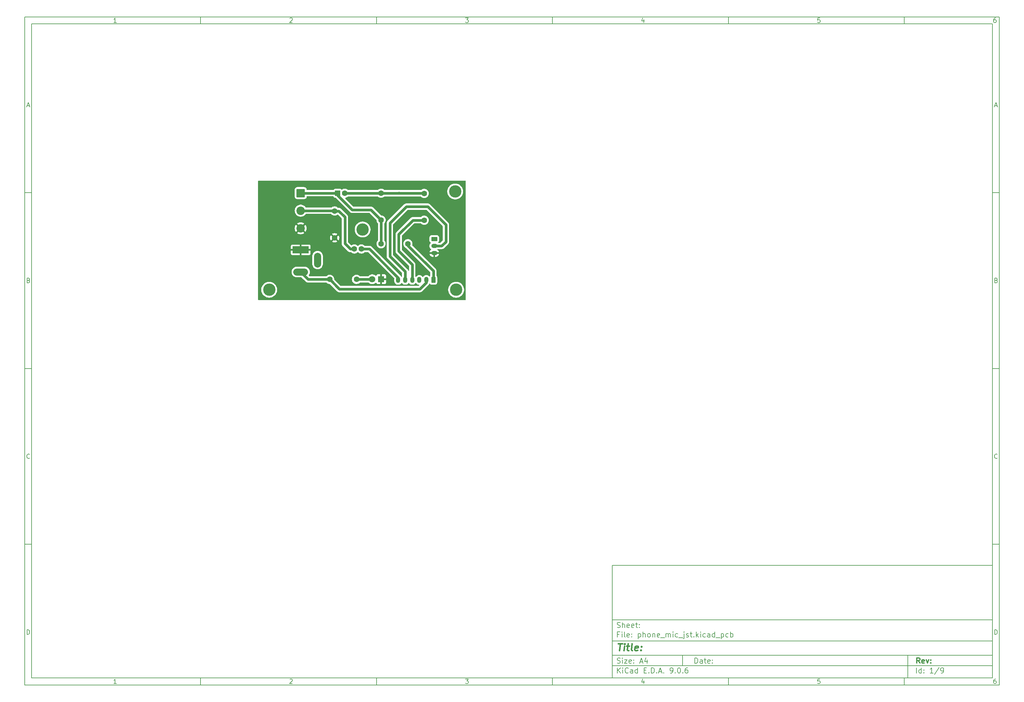
<source format=gtl>
%TF.GenerationSoftware,KiCad,Pcbnew,9.0.6-9.0.6~ubuntu24.04.1*%
%TF.CreationDate,2025-11-30T17:34:31+01:00*%
%TF.ProjectId,phone_mic_jst,70686f6e-655f-46d6-9963-5f6a73742e6b,rev?*%
%TF.SameCoordinates,Original*%
%TF.FileFunction,Copper,L1,Top*%
%TF.FilePolarity,Positive*%
%FSLAX46Y46*%
G04 Gerber Fmt 4.6, Leading zero omitted, Abs format (unit mm)*
G04 Created by KiCad (PCBNEW 9.0.6-9.0.6~ubuntu24.04.1) date 2025-11-30 17:34:31*
%MOMM*%
%LPD*%
G01*
G04 APERTURE LIST*
G04 Aperture macros list*
%AMRoundRect*
0 Rectangle with rounded corners*
0 $1 Rounding radius*
0 $2 $3 $4 $5 $6 $7 $8 $9 X,Y pos of 4 corners*
0 Add a 4 corners polygon primitive as box body*
4,1,4,$2,$3,$4,$5,$6,$7,$8,$9,$2,$3,0*
0 Add four circle primitives for the rounded corners*
1,1,$1+$1,$2,$3*
1,1,$1+$1,$4,$5*
1,1,$1+$1,$6,$7*
1,1,$1+$1,$8,$9*
0 Add four rect primitives between the rounded corners*
20,1,$1+$1,$2,$3,$4,$5,0*
20,1,$1+$1,$4,$5,$6,$7,0*
20,1,$1+$1,$6,$7,$8,$9,0*
20,1,$1+$1,$8,$9,$2,$3,0*%
G04 Aperture macros list end*
%ADD10C,0.100000*%
%ADD11C,0.150000*%
%ADD12C,0.300000*%
%ADD13C,0.400000*%
%TA.AperFunction,ComponentPad*%
%ADD14R,1.800000X1.800000*%
%TD*%
%TA.AperFunction,ComponentPad*%
%ADD15C,1.800000*%
%TD*%
%TA.AperFunction,ComponentPad*%
%ADD16RoundRect,0.250000X0.350000X0.625000X-0.350000X0.625000X-0.350000X-0.625000X0.350000X-0.625000X0*%
%TD*%
%TA.AperFunction,ComponentPad*%
%ADD17O,1.200000X1.750000*%
%TD*%
%TA.AperFunction,ComponentPad*%
%ADD18C,1.600000*%
%TD*%
%TA.AperFunction,ComponentPad*%
%ADD19C,3.500000*%
%TD*%
%TA.AperFunction,ComponentPad*%
%ADD20RoundRect,0.250000X-0.625000X0.350000X-0.625000X-0.350000X0.625000X-0.350000X0.625000X0.350000X0*%
%TD*%
%TA.AperFunction,ComponentPad*%
%ADD21O,1.750000X1.200000*%
%TD*%
%TA.AperFunction,ComponentPad*%
%ADD22R,4.600000X2.000000*%
%TD*%
%TA.AperFunction,ComponentPad*%
%ADD23O,4.200000X2.000000*%
%TD*%
%TA.AperFunction,ComponentPad*%
%ADD24O,2.000000X4.200000*%
%TD*%
%TA.AperFunction,ComponentPad*%
%ADD25RoundRect,0.250000X-0.550000X-0.550000X0.550000X-0.550000X0.550000X0.550000X-0.550000X0.550000X0*%
%TD*%
%TA.AperFunction,ComponentPad*%
%ADD26RoundRect,0.250001X-0.949999X0.949999X-0.949999X-0.949999X0.949999X-0.949999X0.949999X0.949999X0*%
%TD*%
%TA.AperFunction,ComponentPad*%
%ADD27C,2.400000*%
%TD*%
%TA.AperFunction,Conductor*%
%ADD28C,0.800000*%
%TD*%
G04 APERTURE END LIST*
D10*
D11*
X177002200Y-166007200D02*
X285002200Y-166007200D01*
X285002200Y-198007200D01*
X177002200Y-198007200D01*
X177002200Y-166007200D01*
D10*
D11*
X10000000Y-10000000D02*
X287002200Y-10000000D01*
X287002200Y-200007200D01*
X10000000Y-200007200D01*
X10000000Y-10000000D01*
D10*
D11*
X12000000Y-12000000D02*
X285002200Y-12000000D01*
X285002200Y-198007200D01*
X12000000Y-198007200D01*
X12000000Y-12000000D01*
D10*
D11*
X60000000Y-12000000D02*
X60000000Y-10000000D01*
D10*
D11*
X110000000Y-12000000D02*
X110000000Y-10000000D01*
D10*
D11*
X160000000Y-12000000D02*
X160000000Y-10000000D01*
D10*
D11*
X210000000Y-12000000D02*
X210000000Y-10000000D01*
D10*
D11*
X260000000Y-12000000D02*
X260000000Y-10000000D01*
D10*
D11*
X36089160Y-11593604D02*
X35346303Y-11593604D01*
X35717731Y-11593604D02*
X35717731Y-10293604D01*
X35717731Y-10293604D02*
X35593922Y-10479319D01*
X35593922Y-10479319D02*
X35470112Y-10603128D01*
X35470112Y-10603128D02*
X35346303Y-10665033D01*
D10*
D11*
X85346303Y-10417414D02*
X85408207Y-10355509D01*
X85408207Y-10355509D02*
X85532017Y-10293604D01*
X85532017Y-10293604D02*
X85841541Y-10293604D01*
X85841541Y-10293604D02*
X85965350Y-10355509D01*
X85965350Y-10355509D02*
X86027255Y-10417414D01*
X86027255Y-10417414D02*
X86089160Y-10541223D01*
X86089160Y-10541223D02*
X86089160Y-10665033D01*
X86089160Y-10665033D02*
X86027255Y-10850747D01*
X86027255Y-10850747D02*
X85284398Y-11593604D01*
X85284398Y-11593604D02*
X86089160Y-11593604D01*
D10*
D11*
X135284398Y-10293604D02*
X136089160Y-10293604D01*
X136089160Y-10293604D02*
X135655826Y-10788842D01*
X135655826Y-10788842D02*
X135841541Y-10788842D01*
X135841541Y-10788842D02*
X135965350Y-10850747D01*
X135965350Y-10850747D02*
X136027255Y-10912652D01*
X136027255Y-10912652D02*
X136089160Y-11036461D01*
X136089160Y-11036461D02*
X136089160Y-11345985D01*
X136089160Y-11345985D02*
X136027255Y-11469795D01*
X136027255Y-11469795D02*
X135965350Y-11531700D01*
X135965350Y-11531700D02*
X135841541Y-11593604D01*
X135841541Y-11593604D02*
X135470112Y-11593604D01*
X135470112Y-11593604D02*
X135346303Y-11531700D01*
X135346303Y-11531700D02*
X135284398Y-11469795D01*
D10*
D11*
X185965350Y-10726938D02*
X185965350Y-11593604D01*
X185655826Y-10231700D02*
X185346303Y-11160271D01*
X185346303Y-11160271D02*
X186151064Y-11160271D01*
D10*
D11*
X236027255Y-10293604D02*
X235408207Y-10293604D01*
X235408207Y-10293604D02*
X235346303Y-10912652D01*
X235346303Y-10912652D02*
X235408207Y-10850747D01*
X235408207Y-10850747D02*
X235532017Y-10788842D01*
X235532017Y-10788842D02*
X235841541Y-10788842D01*
X235841541Y-10788842D02*
X235965350Y-10850747D01*
X235965350Y-10850747D02*
X236027255Y-10912652D01*
X236027255Y-10912652D02*
X236089160Y-11036461D01*
X236089160Y-11036461D02*
X236089160Y-11345985D01*
X236089160Y-11345985D02*
X236027255Y-11469795D01*
X236027255Y-11469795D02*
X235965350Y-11531700D01*
X235965350Y-11531700D02*
X235841541Y-11593604D01*
X235841541Y-11593604D02*
X235532017Y-11593604D01*
X235532017Y-11593604D02*
X235408207Y-11531700D01*
X235408207Y-11531700D02*
X235346303Y-11469795D01*
D10*
D11*
X285965350Y-10293604D02*
X285717731Y-10293604D01*
X285717731Y-10293604D02*
X285593922Y-10355509D01*
X285593922Y-10355509D02*
X285532017Y-10417414D01*
X285532017Y-10417414D02*
X285408207Y-10603128D01*
X285408207Y-10603128D02*
X285346303Y-10850747D01*
X285346303Y-10850747D02*
X285346303Y-11345985D01*
X285346303Y-11345985D02*
X285408207Y-11469795D01*
X285408207Y-11469795D02*
X285470112Y-11531700D01*
X285470112Y-11531700D02*
X285593922Y-11593604D01*
X285593922Y-11593604D02*
X285841541Y-11593604D01*
X285841541Y-11593604D02*
X285965350Y-11531700D01*
X285965350Y-11531700D02*
X286027255Y-11469795D01*
X286027255Y-11469795D02*
X286089160Y-11345985D01*
X286089160Y-11345985D02*
X286089160Y-11036461D01*
X286089160Y-11036461D02*
X286027255Y-10912652D01*
X286027255Y-10912652D02*
X285965350Y-10850747D01*
X285965350Y-10850747D02*
X285841541Y-10788842D01*
X285841541Y-10788842D02*
X285593922Y-10788842D01*
X285593922Y-10788842D02*
X285470112Y-10850747D01*
X285470112Y-10850747D02*
X285408207Y-10912652D01*
X285408207Y-10912652D02*
X285346303Y-11036461D01*
D10*
D11*
X60000000Y-198007200D02*
X60000000Y-200007200D01*
D10*
D11*
X110000000Y-198007200D02*
X110000000Y-200007200D01*
D10*
D11*
X160000000Y-198007200D02*
X160000000Y-200007200D01*
D10*
D11*
X210000000Y-198007200D02*
X210000000Y-200007200D01*
D10*
D11*
X260000000Y-198007200D02*
X260000000Y-200007200D01*
D10*
D11*
X36089160Y-199600804D02*
X35346303Y-199600804D01*
X35717731Y-199600804D02*
X35717731Y-198300804D01*
X35717731Y-198300804D02*
X35593922Y-198486519D01*
X35593922Y-198486519D02*
X35470112Y-198610328D01*
X35470112Y-198610328D02*
X35346303Y-198672233D01*
D10*
D11*
X85346303Y-198424614D02*
X85408207Y-198362709D01*
X85408207Y-198362709D02*
X85532017Y-198300804D01*
X85532017Y-198300804D02*
X85841541Y-198300804D01*
X85841541Y-198300804D02*
X85965350Y-198362709D01*
X85965350Y-198362709D02*
X86027255Y-198424614D01*
X86027255Y-198424614D02*
X86089160Y-198548423D01*
X86089160Y-198548423D02*
X86089160Y-198672233D01*
X86089160Y-198672233D02*
X86027255Y-198857947D01*
X86027255Y-198857947D02*
X85284398Y-199600804D01*
X85284398Y-199600804D02*
X86089160Y-199600804D01*
D10*
D11*
X135284398Y-198300804D02*
X136089160Y-198300804D01*
X136089160Y-198300804D02*
X135655826Y-198796042D01*
X135655826Y-198796042D02*
X135841541Y-198796042D01*
X135841541Y-198796042D02*
X135965350Y-198857947D01*
X135965350Y-198857947D02*
X136027255Y-198919852D01*
X136027255Y-198919852D02*
X136089160Y-199043661D01*
X136089160Y-199043661D02*
X136089160Y-199353185D01*
X136089160Y-199353185D02*
X136027255Y-199476995D01*
X136027255Y-199476995D02*
X135965350Y-199538900D01*
X135965350Y-199538900D02*
X135841541Y-199600804D01*
X135841541Y-199600804D02*
X135470112Y-199600804D01*
X135470112Y-199600804D02*
X135346303Y-199538900D01*
X135346303Y-199538900D02*
X135284398Y-199476995D01*
D10*
D11*
X185965350Y-198734138D02*
X185965350Y-199600804D01*
X185655826Y-198238900D02*
X185346303Y-199167471D01*
X185346303Y-199167471D02*
X186151064Y-199167471D01*
D10*
D11*
X236027255Y-198300804D02*
X235408207Y-198300804D01*
X235408207Y-198300804D02*
X235346303Y-198919852D01*
X235346303Y-198919852D02*
X235408207Y-198857947D01*
X235408207Y-198857947D02*
X235532017Y-198796042D01*
X235532017Y-198796042D02*
X235841541Y-198796042D01*
X235841541Y-198796042D02*
X235965350Y-198857947D01*
X235965350Y-198857947D02*
X236027255Y-198919852D01*
X236027255Y-198919852D02*
X236089160Y-199043661D01*
X236089160Y-199043661D02*
X236089160Y-199353185D01*
X236089160Y-199353185D02*
X236027255Y-199476995D01*
X236027255Y-199476995D02*
X235965350Y-199538900D01*
X235965350Y-199538900D02*
X235841541Y-199600804D01*
X235841541Y-199600804D02*
X235532017Y-199600804D01*
X235532017Y-199600804D02*
X235408207Y-199538900D01*
X235408207Y-199538900D02*
X235346303Y-199476995D01*
D10*
D11*
X285965350Y-198300804D02*
X285717731Y-198300804D01*
X285717731Y-198300804D02*
X285593922Y-198362709D01*
X285593922Y-198362709D02*
X285532017Y-198424614D01*
X285532017Y-198424614D02*
X285408207Y-198610328D01*
X285408207Y-198610328D02*
X285346303Y-198857947D01*
X285346303Y-198857947D02*
X285346303Y-199353185D01*
X285346303Y-199353185D02*
X285408207Y-199476995D01*
X285408207Y-199476995D02*
X285470112Y-199538900D01*
X285470112Y-199538900D02*
X285593922Y-199600804D01*
X285593922Y-199600804D02*
X285841541Y-199600804D01*
X285841541Y-199600804D02*
X285965350Y-199538900D01*
X285965350Y-199538900D02*
X286027255Y-199476995D01*
X286027255Y-199476995D02*
X286089160Y-199353185D01*
X286089160Y-199353185D02*
X286089160Y-199043661D01*
X286089160Y-199043661D02*
X286027255Y-198919852D01*
X286027255Y-198919852D02*
X285965350Y-198857947D01*
X285965350Y-198857947D02*
X285841541Y-198796042D01*
X285841541Y-198796042D02*
X285593922Y-198796042D01*
X285593922Y-198796042D02*
X285470112Y-198857947D01*
X285470112Y-198857947D02*
X285408207Y-198919852D01*
X285408207Y-198919852D02*
X285346303Y-199043661D01*
D10*
D11*
X10000000Y-60000000D02*
X12000000Y-60000000D01*
D10*
D11*
X10000000Y-110000000D02*
X12000000Y-110000000D01*
D10*
D11*
X10000000Y-160000000D02*
X12000000Y-160000000D01*
D10*
D11*
X10690476Y-35222176D02*
X11309523Y-35222176D01*
X10566666Y-35593604D02*
X10999999Y-34293604D01*
X10999999Y-34293604D02*
X11433333Y-35593604D01*
D10*
D11*
X11092857Y-84912652D02*
X11278571Y-84974557D01*
X11278571Y-84974557D02*
X11340476Y-85036461D01*
X11340476Y-85036461D02*
X11402380Y-85160271D01*
X11402380Y-85160271D02*
X11402380Y-85345985D01*
X11402380Y-85345985D02*
X11340476Y-85469795D01*
X11340476Y-85469795D02*
X11278571Y-85531700D01*
X11278571Y-85531700D02*
X11154761Y-85593604D01*
X11154761Y-85593604D02*
X10659523Y-85593604D01*
X10659523Y-85593604D02*
X10659523Y-84293604D01*
X10659523Y-84293604D02*
X11092857Y-84293604D01*
X11092857Y-84293604D02*
X11216666Y-84355509D01*
X11216666Y-84355509D02*
X11278571Y-84417414D01*
X11278571Y-84417414D02*
X11340476Y-84541223D01*
X11340476Y-84541223D02*
X11340476Y-84665033D01*
X11340476Y-84665033D02*
X11278571Y-84788842D01*
X11278571Y-84788842D02*
X11216666Y-84850747D01*
X11216666Y-84850747D02*
X11092857Y-84912652D01*
X11092857Y-84912652D02*
X10659523Y-84912652D01*
D10*
D11*
X11402380Y-135469795D02*
X11340476Y-135531700D01*
X11340476Y-135531700D02*
X11154761Y-135593604D01*
X11154761Y-135593604D02*
X11030952Y-135593604D01*
X11030952Y-135593604D02*
X10845238Y-135531700D01*
X10845238Y-135531700D02*
X10721428Y-135407890D01*
X10721428Y-135407890D02*
X10659523Y-135284080D01*
X10659523Y-135284080D02*
X10597619Y-135036461D01*
X10597619Y-135036461D02*
X10597619Y-134850747D01*
X10597619Y-134850747D02*
X10659523Y-134603128D01*
X10659523Y-134603128D02*
X10721428Y-134479319D01*
X10721428Y-134479319D02*
X10845238Y-134355509D01*
X10845238Y-134355509D02*
X11030952Y-134293604D01*
X11030952Y-134293604D02*
X11154761Y-134293604D01*
X11154761Y-134293604D02*
X11340476Y-134355509D01*
X11340476Y-134355509D02*
X11402380Y-134417414D01*
D10*
D11*
X10659523Y-185593604D02*
X10659523Y-184293604D01*
X10659523Y-184293604D02*
X10969047Y-184293604D01*
X10969047Y-184293604D02*
X11154761Y-184355509D01*
X11154761Y-184355509D02*
X11278571Y-184479319D01*
X11278571Y-184479319D02*
X11340476Y-184603128D01*
X11340476Y-184603128D02*
X11402380Y-184850747D01*
X11402380Y-184850747D02*
X11402380Y-185036461D01*
X11402380Y-185036461D02*
X11340476Y-185284080D01*
X11340476Y-185284080D02*
X11278571Y-185407890D01*
X11278571Y-185407890D02*
X11154761Y-185531700D01*
X11154761Y-185531700D02*
X10969047Y-185593604D01*
X10969047Y-185593604D02*
X10659523Y-185593604D01*
D10*
D11*
X287002200Y-60000000D02*
X285002200Y-60000000D01*
D10*
D11*
X287002200Y-110000000D02*
X285002200Y-110000000D01*
D10*
D11*
X287002200Y-160000000D02*
X285002200Y-160000000D01*
D10*
D11*
X285692676Y-35222176D02*
X286311723Y-35222176D01*
X285568866Y-35593604D02*
X286002199Y-34293604D01*
X286002199Y-34293604D02*
X286435533Y-35593604D01*
D10*
D11*
X286095057Y-84912652D02*
X286280771Y-84974557D01*
X286280771Y-84974557D02*
X286342676Y-85036461D01*
X286342676Y-85036461D02*
X286404580Y-85160271D01*
X286404580Y-85160271D02*
X286404580Y-85345985D01*
X286404580Y-85345985D02*
X286342676Y-85469795D01*
X286342676Y-85469795D02*
X286280771Y-85531700D01*
X286280771Y-85531700D02*
X286156961Y-85593604D01*
X286156961Y-85593604D02*
X285661723Y-85593604D01*
X285661723Y-85593604D02*
X285661723Y-84293604D01*
X285661723Y-84293604D02*
X286095057Y-84293604D01*
X286095057Y-84293604D02*
X286218866Y-84355509D01*
X286218866Y-84355509D02*
X286280771Y-84417414D01*
X286280771Y-84417414D02*
X286342676Y-84541223D01*
X286342676Y-84541223D02*
X286342676Y-84665033D01*
X286342676Y-84665033D02*
X286280771Y-84788842D01*
X286280771Y-84788842D02*
X286218866Y-84850747D01*
X286218866Y-84850747D02*
X286095057Y-84912652D01*
X286095057Y-84912652D02*
X285661723Y-84912652D01*
D10*
D11*
X286404580Y-135469795D02*
X286342676Y-135531700D01*
X286342676Y-135531700D02*
X286156961Y-135593604D01*
X286156961Y-135593604D02*
X286033152Y-135593604D01*
X286033152Y-135593604D02*
X285847438Y-135531700D01*
X285847438Y-135531700D02*
X285723628Y-135407890D01*
X285723628Y-135407890D02*
X285661723Y-135284080D01*
X285661723Y-135284080D02*
X285599819Y-135036461D01*
X285599819Y-135036461D02*
X285599819Y-134850747D01*
X285599819Y-134850747D02*
X285661723Y-134603128D01*
X285661723Y-134603128D02*
X285723628Y-134479319D01*
X285723628Y-134479319D02*
X285847438Y-134355509D01*
X285847438Y-134355509D02*
X286033152Y-134293604D01*
X286033152Y-134293604D02*
X286156961Y-134293604D01*
X286156961Y-134293604D02*
X286342676Y-134355509D01*
X286342676Y-134355509D02*
X286404580Y-134417414D01*
D10*
D11*
X285661723Y-185593604D02*
X285661723Y-184293604D01*
X285661723Y-184293604D02*
X285971247Y-184293604D01*
X285971247Y-184293604D02*
X286156961Y-184355509D01*
X286156961Y-184355509D02*
X286280771Y-184479319D01*
X286280771Y-184479319D02*
X286342676Y-184603128D01*
X286342676Y-184603128D02*
X286404580Y-184850747D01*
X286404580Y-184850747D02*
X286404580Y-185036461D01*
X286404580Y-185036461D02*
X286342676Y-185284080D01*
X286342676Y-185284080D02*
X286280771Y-185407890D01*
X286280771Y-185407890D02*
X286156961Y-185531700D01*
X286156961Y-185531700D02*
X285971247Y-185593604D01*
X285971247Y-185593604D02*
X285661723Y-185593604D01*
D10*
D11*
X200458026Y-193793328D02*
X200458026Y-192293328D01*
X200458026Y-192293328D02*
X200815169Y-192293328D01*
X200815169Y-192293328D02*
X201029455Y-192364757D01*
X201029455Y-192364757D02*
X201172312Y-192507614D01*
X201172312Y-192507614D02*
X201243741Y-192650471D01*
X201243741Y-192650471D02*
X201315169Y-192936185D01*
X201315169Y-192936185D02*
X201315169Y-193150471D01*
X201315169Y-193150471D02*
X201243741Y-193436185D01*
X201243741Y-193436185D02*
X201172312Y-193579042D01*
X201172312Y-193579042D02*
X201029455Y-193721900D01*
X201029455Y-193721900D02*
X200815169Y-193793328D01*
X200815169Y-193793328D02*
X200458026Y-193793328D01*
X202600884Y-193793328D02*
X202600884Y-193007614D01*
X202600884Y-193007614D02*
X202529455Y-192864757D01*
X202529455Y-192864757D02*
X202386598Y-192793328D01*
X202386598Y-192793328D02*
X202100884Y-192793328D01*
X202100884Y-192793328D02*
X201958026Y-192864757D01*
X202600884Y-193721900D02*
X202458026Y-193793328D01*
X202458026Y-193793328D02*
X202100884Y-193793328D01*
X202100884Y-193793328D02*
X201958026Y-193721900D01*
X201958026Y-193721900D02*
X201886598Y-193579042D01*
X201886598Y-193579042D02*
X201886598Y-193436185D01*
X201886598Y-193436185D02*
X201958026Y-193293328D01*
X201958026Y-193293328D02*
X202100884Y-193221900D01*
X202100884Y-193221900D02*
X202458026Y-193221900D01*
X202458026Y-193221900D02*
X202600884Y-193150471D01*
X203100884Y-192793328D02*
X203672312Y-192793328D01*
X203315169Y-192293328D02*
X203315169Y-193579042D01*
X203315169Y-193579042D02*
X203386598Y-193721900D01*
X203386598Y-193721900D02*
X203529455Y-193793328D01*
X203529455Y-193793328D02*
X203672312Y-193793328D01*
X204743741Y-193721900D02*
X204600884Y-193793328D01*
X204600884Y-193793328D02*
X204315170Y-193793328D01*
X204315170Y-193793328D02*
X204172312Y-193721900D01*
X204172312Y-193721900D02*
X204100884Y-193579042D01*
X204100884Y-193579042D02*
X204100884Y-193007614D01*
X204100884Y-193007614D02*
X204172312Y-192864757D01*
X204172312Y-192864757D02*
X204315170Y-192793328D01*
X204315170Y-192793328D02*
X204600884Y-192793328D01*
X204600884Y-192793328D02*
X204743741Y-192864757D01*
X204743741Y-192864757D02*
X204815170Y-193007614D01*
X204815170Y-193007614D02*
X204815170Y-193150471D01*
X204815170Y-193150471D02*
X204100884Y-193293328D01*
X205458026Y-193650471D02*
X205529455Y-193721900D01*
X205529455Y-193721900D02*
X205458026Y-193793328D01*
X205458026Y-193793328D02*
X205386598Y-193721900D01*
X205386598Y-193721900D02*
X205458026Y-193650471D01*
X205458026Y-193650471D02*
X205458026Y-193793328D01*
X205458026Y-192864757D02*
X205529455Y-192936185D01*
X205529455Y-192936185D02*
X205458026Y-193007614D01*
X205458026Y-193007614D02*
X205386598Y-192936185D01*
X205386598Y-192936185D02*
X205458026Y-192864757D01*
X205458026Y-192864757D02*
X205458026Y-193007614D01*
D10*
D11*
X177002200Y-194507200D02*
X285002200Y-194507200D01*
D10*
D11*
X178458026Y-196593328D02*
X178458026Y-195093328D01*
X179315169Y-196593328D02*
X178672312Y-195736185D01*
X179315169Y-195093328D02*
X178458026Y-195950471D01*
X179958026Y-196593328D02*
X179958026Y-195593328D01*
X179958026Y-195093328D02*
X179886598Y-195164757D01*
X179886598Y-195164757D02*
X179958026Y-195236185D01*
X179958026Y-195236185D02*
X180029455Y-195164757D01*
X180029455Y-195164757D02*
X179958026Y-195093328D01*
X179958026Y-195093328D02*
X179958026Y-195236185D01*
X181529455Y-196450471D02*
X181458027Y-196521900D01*
X181458027Y-196521900D02*
X181243741Y-196593328D01*
X181243741Y-196593328D02*
X181100884Y-196593328D01*
X181100884Y-196593328D02*
X180886598Y-196521900D01*
X180886598Y-196521900D02*
X180743741Y-196379042D01*
X180743741Y-196379042D02*
X180672312Y-196236185D01*
X180672312Y-196236185D02*
X180600884Y-195950471D01*
X180600884Y-195950471D02*
X180600884Y-195736185D01*
X180600884Y-195736185D02*
X180672312Y-195450471D01*
X180672312Y-195450471D02*
X180743741Y-195307614D01*
X180743741Y-195307614D02*
X180886598Y-195164757D01*
X180886598Y-195164757D02*
X181100884Y-195093328D01*
X181100884Y-195093328D02*
X181243741Y-195093328D01*
X181243741Y-195093328D02*
X181458027Y-195164757D01*
X181458027Y-195164757D02*
X181529455Y-195236185D01*
X182815170Y-196593328D02*
X182815170Y-195807614D01*
X182815170Y-195807614D02*
X182743741Y-195664757D01*
X182743741Y-195664757D02*
X182600884Y-195593328D01*
X182600884Y-195593328D02*
X182315170Y-195593328D01*
X182315170Y-195593328D02*
X182172312Y-195664757D01*
X182815170Y-196521900D02*
X182672312Y-196593328D01*
X182672312Y-196593328D02*
X182315170Y-196593328D01*
X182315170Y-196593328D02*
X182172312Y-196521900D01*
X182172312Y-196521900D02*
X182100884Y-196379042D01*
X182100884Y-196379042D02*
X182100884Y-196236185D01*
X182100884Y-196236185D02*
X182172312Y-196093328D01*
X182172312Y-196093328D02*
X182315170Y-196021900D01*
X182315170Y-196021900D02*
X182672312Y-196021900D01*
X182672312Y-196021900D02*
X182815170Y-195950471D01*
X184172313Y-196593328D02*
X184172313Y-195093328D01*
X184172313Y-196521900D02*
X184029455Y-196593328D01*
X184029455Y-196593328D02*
X183743741Y-196593328D01*
X183743741Y-196593328D02*
X183600884Y-196521900D01*
X183600884Y-196521900D02*
X183529455Y-196450471D01*
X183529455Y-196450471D02*
X183458027Y-196307614D01*
X183458027Y-196307614D02*
X183458027Y-195879042D01*
X183458027Y-195879042D02*
X183529455Y-195736185D01*
X183529455Y-195736185D02*
X183600884Y-195664757D01*
X183600884Y-195664757D02*
X183743741Y-195593328D01*
X183743741Y-195593328D02*
X184029455Y-195593328D01*
X184029455Y-195593328D02*
X184172313Y-195664757D01*
X186029455Y-195807614D02*
X186529455Y-195807614D01*
X186743741Y-196593328D02*
X186029455Y-196593328D01*
X186029455Y-196593328D02*
X186029455Y-195093328D01*
X186029455Y-195093328D02*
X186743741Y-195093328D01*
X187386598Y-196450471D02*
X187458027Y-196521900D01*
X187458027Y-196521900D02*
X187386598Y-196593328D01*
X187386598Y-196593328D02*
X187315170Y-196521900D01*
X187315170Y-196521900D02*
X187386598Y-196450471D01*
X187386598Y-196450471D02*
X187386598Y-196593328D01*
X188100884Y-196593328D02*
X188100884Y-195093328D01*
X188100884Y-195093328D02*
X188458027Y-195093328D01*
X188458027Y-195093328D02*
X188672313Y-195164757D01*
X188672313Y-195164757D02*
X188815170Y-195307614D01*
X188815170Y-195307614D02*
X188886599Y-195450471D01*
X188886599Y-195450471D02*
X188958027Y-195736185D01*
X188958027Y-195736185D02*
X188958027Y-195950471D01*
X188958027Y-195950471D02*
X188886599Y-196236185D01*
X188886599Y-196236185D02*
X188815170Y-196379042D01*
X188815170Y-196379042D02*
X188672313Y-196521900D01*
X188672313Y-196521900D02*
X188458027Y-196593328D01*
X188458027Y-196593328D02*
X188100884Y-196593328D01*
X189600884Y-196450471D02*
X189672313Y-196521900D01*
X189672313Y-196521900D02*
X189600884Y-196593328D01*
X189600884Y-196593328D02*
X189529456Y-196521900D01*
X189529456Y-196521900D02*
X189600884Y-196450471D01*
X189600884Y-196450471D02*
X189600884Y-196593328D01*
X190243742Y-196164757D02*
X190958028Y-196164757D01*
X190100885Y-196593328D02*
X190600885Y-195093328D01*
X190600885Y-195093328D02*
X191100885Y-196593328D01*
X191600884Y-196450471D02*
X191672313Y-196521900D01*
X191672313Y-196521900D02*
X191600884Y-196593328D01*
X191600884Y-196593328D02*
X191529456Y-196521900D01*
X191529456Y-196521900D02*
X191600884Y-196450471D01*
X191600884Y-196450471D02*
X191600884Y-196593328D01*
X193529456Y-196593328D02*
X193815170Y-196593328D01*
X193815170Y-196593328D02*
X193958027Y-196521900D01*
X193958027Y-196521900D02*
X194029456Y-196450471D01*
X194029456Y-196450471D02*
X194172313Y-196236185D01*
X194172313Y-196236185D02*
X194243742Y-195950471D01*
X194243742Y-195950471D02*
X194243742Y-195379042D01*
X194243742Y-195379042D02*
X194172313Y-195236185D01*
X194172313Y-195236185D02*
X194100885Y-195164757D01*
X194100885Y-195164757D02*
X193958027Y-195093328D01*
X193958027Y-195093328D02*
X193672313Y-195093328D01*
X193672313Y-195093328D02*
X193529456Y-195164757D01*
X193529456Y-195164757D02*
X193458027Y-195236185D01*
X193458027Y-195236185D02*
X193386599Y-195379042D01*
X193386599Y-195379042D02*
X193386599Y-195736185D01*
X193386599Y-195736185D02*
X193458027Y-195879042D01*
X193458027Y-195879042D02*
X193529456Y-195950471D01*
X193529456Y-195950471D02*
X193672313Y-196021900D01*
X193672313Y-196021900D02*
X193958027Y-196021900D01*
X193958027Y-196021900D02*
X194100885Y-195950471D01*
X194100885Y-195950471D02*
X194172313Y-195879042D01*
X194172313Y-195879042D02*
X194243742Y-195736185D01*
X194886598Y-196450471D02*
X194958027Y-196521900D01*
X194958027Y-196521900D02*
X194886598Y-196593328D01*
X194886598Y-196593328D02*
X194815170Y-196521900D01*
X194815170Y-196521900D02*
X194886598Y-196450471D01*
X194886598Y-196450471D02*
X194886598Y-196593328D01*
X195886599Y-195093328D02*
X196029456Y-195093328D01*
X196029456Y-195093328D02*
X196172313Y-195164757D01*
X196172313Y-195164757D02*
X196243742Y-195236185D01*
X196243742Y-195236185D02*
X196315170Y-195379042D01*
X196315170Y-195379042D02*
X196386599Y-195664757D01*
X196386599Y-195664757D02*
X196386599Y-196021900D01*
X196386599Y-196021900D02*
X196315170Y-196307614D01*
X196315170Y-196307614D02*
X196243742Y-196450471D01*
X196243742Y-196450471D02*
X196172313Y-196521900D01*
X196172313Y-196521900D02*
X196029456Y-196593328D01*
X196029456Y-196593328D02*
X195886599Y-196593328D01*
X195886599Y-196593328D02*
X195743742Y-196521900D01*
X195743742Y-196521900D02*
X195672313Y-196450471D01*
X195672313Y-196450471D02*
X195600884Y-196307614D01*
X195600884Y-196307614D02*
X195529456Y-196021900D01*
X195529456Y-196021900D02*
X195529456Y-195664757D01*
X195529456Y-195664757D02*
X195600884Y-195379042D01*
X195600884Y-195379042D02*
X195672313Y-195236185D01*
X195672313Y-195236185D02*
X195743742Y-195164757D01*
X195743742Y-195164757D02*
X195886599Y-195093328D01*
X197029455Y-196450471D02*
X197100884Y-196521900D01*
X197100884Y-196521900D02*
X197029455Y-196593328D01*
X197029455Y-196593328D02*
X196958027Y-196521900D01*
X196958027Y-196521900D02*
X197029455Y-196450471D01*
X197029455Y-196450471D02*
X197029455Y-196593328D01*
X198386599Y-195093328D02*
X198100884Y-195093328D01*
X198100884Y-195093328D02*
X197958027Y-195164757D01*
X197958027Y-195164757D02*
X197886599Y-195236185D01*
X197886599Y-195236185D02*
X197743741Y-195450471D01*
X197743741Y-195450471D02*
X197672313Y-195736185D01*
X197672313Y-195736185D02*
X197672313Y-196307614D01*
X197672313Y-196307614D02*
X197743741Y-196450471D01*
X197743741Y-196450471D02*
X197815170Y-196521900D01*
X197815170Y-196521900D02*
X197958027Y-196593328D01*
X197958027Y-196593328D02*
X198243741Y-196593328D01*
X198243741Y-196593328D02*
X198386599Y-196521900D01*
X198386599Y-196521900D02*
X198458027Y-196450471D01*
X198458027Y-196450471D02*
X198529456Y-196307614D01*
X198529456Y-196307614D02*
X198529456Y-195950471D01*
X198529456Y-195950471D02*
X198458027Y-195807614D01*
X198458027Y-195807614D02*
X198386599Y-195736185D01*
X198386599Y-195736185D02*
X198243741Y-195664757D01*
X198243741Y-195664757D02*
X197958027Y-195664757D01*
X197958027Y-195664757D02*
X197815170Y-195736185D01*
X197815170Y-195736185D02*
X197743741Y-195807614D01*
X197743741Y-195807614D02*
X197672313Y-195950471D01*
D10*
D11*
X177002200Y-191507200D02*
X285002200Y-191507200D01*
D10*
D12*
X264413853Y-193785528D02*
X263913853Y-193071242D01*
X263556710Y-193785528D02*
X263556710Y-192285528D01*
X263556710Y-192285528D02*
X264128139Y-192285528D01*
X264128139Y-192285528D02*
X264270996Y-192356957D01*
X264270996Y-192356957D02*
X264342425Y-192428385D01*
X264342425Y-192428385D02*
X264413853Y-192571242D01*
X264413853Y-192571242D02*
X264413853Y-192785528D01*
X264413853Y-192785528D02*
X264342425Y-192928385D01*
X264342425Y-192928385D02*
X264270996Y-192999814D01*
X264270996Y-192999814D02*
X264128139Y-193071242D01*
X264128139Y-193071242D02*
X263556710Y-193071242D01*
X265628139Y-193714100D02*
X265485282Y-193785528D01*
X265485282Y-193785528D02*
X265199568Y-193785528D01*
X265199568Y-193785528D02*
X265056710Y-193714100D01*
X265056710Y-193714100D02*
X264985282Y-193571242D01*
X264985282Y-193571242D02*
X264985282Y-192999814D01*
X264985282Y-192999814D02*
X265056710Y-192856957D01*
X265056710Y-192856957D02*
X265199568Y-192785528D01*
X265199568Y-192785528D02*
X265485282Y-192785528D01*
X265485282Y-192785528D02*
X265628139Y-192856957D01*
X265628139Y-192856957D02*
X265699568Y-192999814D01*
X265699568Y-192999814D02*
X265699568Y-193142671D01*
X265699568Y-193142671D02*
X264985282Y-193285528D01*
X266199567Y-192785528D02*
X266556710Y-193785528D01*
X266556710Y-193785528D02*
X266913853Y-192785528D01*
X267485281Y-193642671D02*
X267556710Y-193714100D01*
X267556710Y-193714100D02*
X267485281Y-193785528D01*
X267485281Y-193785528D02*
X267413853Y-193714100D01*
X267413853Y-193714100D02*
X267485281Y-193642671D01*
X267485281Y-193642671D02*
X267485281Y-193785528D01*
X267485281Y-192856957D02*
X267556710Y-192928385D01*
X267556710Y-192928385D02*
X267485281Y-192999814D01*
X267485281Y-192999814D02*
X267413853Y-192928385D01*
X267413853Y-192928385D02*
X267485281Y-192856957D01*
X267485281Y-192856957D02*
X267485281Y-192999814D01*
D10*
D11*
X178386598Y-193721900D02*
X178600884Y-193793328D01*
X178600884Y-193793328D02*
X178958026Y-193793328D01*
X178958026Y-193793328D02*
X179100884Y-193721900D01*
X179100884Y-193721900D02*
X179172312Y-193650471D01*
X179172312Y-193650471D02*
X179243741Y-193507614D01*
X179243741Y-193507614D02*
X179243741Y-193364757D01*
X179243741Y-193364757D02*
X179172312Y-193221900D01*
X179172312Y-193221900D02*
X179100884Y-193150471D01*
X179100884Y-193150471D02*
X178958026Y-193079042D01*
X178958026Y-193079042D02*
X178672312Y-193007614D01*
X178672312Y-193007614D02*
X178529455Y-192936185D01*
X178529455Y-192936185D02*
X178458026Y-192864757D01*
X178458026Y-192864757D02*
X178386598Y-192721900D01*
X178386598Y-192721900D02*
X178386598Y-192579042D01*
X178386598Y-192579042D02*
X178458026Y-192436185D01*
X178458026Y-192436185D02*
X178529455Y-192364757D01*
X178529455Y-192364757D02*
X178672312Y-192293328D01*
X178672312Y-192293328D02*
X179029455Y-192293328D01*
X179029455Y-192293328D02*
X179243741Y-192364757D01*
X179886597Y-193793328D02*
X179886597Y-192793328D01*
X179886597Y-192293328D02*
X179815169Y-192364757D01*
X179815169Y-192364757D02*
X179886597Y-192436185D01*
X179886597Y-192436185D02*
X179958026Y-192364757D01*
X179958026Y-192364757D02*
X179886597Y-192293328D01*
X179886597Y-192293328D02*
X179886597Y-192436185D01*
X180458026Y-192793328D02*
X181243741Y-192793328D01*
X181243741Y-192793328D02*
X180458026Y-193793328D01*
X180458026Y-193793328D02*
X181243741Y-193793328D01*
X182386598Y-193721900D02*
X182243741Y-193793328D01*
X182243741Y-193793328D02*
X181958027Y-193793328D01*
X181958027Y-193793328D02*
X181815169Y-193721900D01*
X181815169Y-193721900D02*
X181743741Y-193579042D01*
X181743741Y-193579042D02*
X181743741Y-193007614D01*
X181743741Y-193007614D02*
X181815169Y-192864757D01*
X181815169Y-192864757D02*
X181958027Y-192793328D01*
X181958027Y-192793328D02*
X182243741Y-192793328D01*
X182243741Y-192793328D02*
X182386598Y-192864757D01*
X182386598Y-192864757D02*
X182458027Y-193007614D01*
X182458027Y-193007614D02*
X182458027Y-193150471D01*
X182458027Y-193150471D02*
X181743741Y-193293328D01*
X183100883Y-193650471D02*
X183172312Y-193721900D01*
X183172312Y-193721900D02*
X183100883Y-193793328D01*
X183100883Y-193793328D02*
X183029455Y-193721900D01*
X183029455Y-193721900D02*
X183100883Y-193650471D01*
X183100883Y-193650471D02*
X183100883Y-193793328D01*
X183100883Y-192864757D02*
X183172312Y-192936185D01*
X183172312Y-192936185D02*
X183100883Y-193007614D01*
X183100883Y-193007614D02*
X183029455Y-192936185D01*
X183029455Y-192936185D02*
X183100883Y-192864757D01*
X183100883Y-192864757D02*
X183100883Y-193007614D01*
X184886598Y-193364757D02*
X185600884Y-193364757D01*
X184743741Y-193793328D02*
X185243741Y-192293328D01*
X185243741Y-192293328D02*
X185743741Y-193793328D01*
X186886598Y-192793328D02*
X186886598Y-193793328D01*
X186529455Y-192221900D02*
X186172312Y-193293328D01*
X186172312Y-193293328D02*
X187100883Y-193293328D01*
D10*
D11*
X263458026Y-196593328D02*
X263458026Y-195093328D01*
X264815170Y-196593328D02*
X264815170Y-195093328D01*
X264815170Y-196521900D02*
X264672312Y-196593328D01*
X264672312Y-196593328D02*
X264386598Y-196593328D01*
X264386598Y-196593328D02*
X264243741Y-196521900D01*
X264243741Y-196521900D02*
X264172312Y-196450471D01*
X264172312Y-196450471D02*
X264100884Y-196307614D01*
X264100884Y-196307614D02*
X264100884Y-195879042D01*
X264100884Y-195879042D02*
X264172312Y-195736185D01*
X264172312Y-195736185D02*
X264243741Y-195664757D01*
X264243741Y-195664757D02*
X264386598Y-195593328D01*
X264386598Y-195593328D02*
X264672312Y-195593328D01*
X264672312Y-195593328D02*
X264815170Y-195664757D01*
X265529455Y-196450471D02*
X265600884Y-196521900D01*
X265600884Y-196521900D02*
X265529455Y-196593328D01*
X265529455Y-196593328D02*
X265458027Y-196521900D01*
X265458027Y-196521900D02*
X265529455Y-196450471D01*
X265529455Y-196450471D02*
X265529455Y-196593328D01*
X265529455Y-195664757D02*
X265600884Y-195736185D01*
X265600884Y-195736185D02*
X265529455Y-195807614D01*
X265529455Y-195807614D02*
X265458027Y-195736185D01*
X265458027Y-195736185D02*
X265529455Y-195664757D01*
X265529455Y-195664757D02*
X265529455Y-195807614D01*
X268172313Y-196593328D02*
X267315170Y-196593328D01*
X267743741Y-196593328D02*
X267743741Y-195093328D01*
X267743741Y-195093328D02*
X267600884Y-195307614D01*
X267600884Y-195307614D02*
X267458027Y-195450471D01*
X267458027Y-195450471D02*
X267315170Y-195521900D01*
X269886598Y-195021900D02*
X268600884Y-196950471D01*
X270458027Y-196593328D02*
X270743741Y-196593328D01*
X270743741Y-196593328D02*
X270886598Y-196521900D01*
X270886598Y-196521900D02*
X270958027Y-196450471D01*
X270958027Y-196450471D02*
X271100884Y-196236185D01*
X271100884Y-196236185D02*
X271172313Y-195950471D01*
X271172313Y-195950471D02*
X271172313Y-195379042D01*
X271172313Y-195379042D02*
X271100884Y-195236185D01*
X271100884Y-195236185D02*
X271029456Y-195164757D01*
X271029456Y-195164757D02*
X270886598Y-195093328D01*
X270886598Y-195093328D02*
X270600884Y-195093328D01*
X270600884Y-195093328D02*
X270458027Y-195164757D01*
X270458027Y-195164757D02*
X270386598Y-195236185D01*
X270386598Y-195236185D02*
X270315170Y-195379042D01*
X270315170Y-195379042D02*
X270315170Y-195736185D01*
X270315170Y-195736185D02*
X270386598Y-195879042D01*
X270386598Y-195879042D02*
X270458027Y-195950471D01*
X270458027Y-195950471D02*
X270600884Y-196021900D01*
X270600884Y-196021900D02*
X270886598Y-196021900D01*
X270886598Y-196021900D02*
X271029456Y-195950471D01*
X271029456Y-195950471D02*
X271100884Y-195879042D01*
X271100884Y-195879042D02*
X271172313Y-195736185D01*
D10*
D11*
X177002200Y-187507200D02*
X285002200Y-187507200D01*
D10*
D13*
X178693928Y-188211638D02*
X179836785Y-188211638D01*
X179015357Y-190211638D02*
X179265357Y-188211638D01*
X180253452Y-190211638D02*
X180420119Y-188878304D01*
X180503452Y-188211638D02*
X180396309Y-188306876D01*
X180396309Y-188306876D02*
X180479643Y-188402114D01*
X180479643Y-188402114D02*
X180586786Y-188306876D01*
X180586786Y-188306876D02*
X180503452Y-188211638D01*
X180503452Y-188211638D02*
X180479643Y-188402114D01*
X181086786Y-188878304D02*
X181848690Y-188878304D01*
X181455833Y-188211638D02*
X181241548Y-189925923D01*
X181241548Y-189925923D02*
X181312976Y-190116400D01*
X181312976Y-190116400D02*
X181491548Y-190211638D01*
X181491548Y-190211638D02*
X181682024Y-190211638D01*
X182634405Y-190211638D02*
X182455833Y-190116400D01*
X182455833Y-190116400D02*
X182384405Y-189925923D01*
X182384405Y-189925923D02*
X182598690Y-188211638D01*
X184170119Y-190116400D02*
X183967738Y-190211638D01*
X183967738Y-190211638D02*
X183586785Y-190211638D01*
X183586785Y-190211638D02*
X183408214Y-190116400D01*
X183408214Y-190116400D02*
X183336785Y-189925923D01*
X183336785Y-189925923D02*
X183432024Y-189164019D01*
X183432024Y-189164019D02*
X183551071Y-188973542D01*
X183551071Y-188973542D02*
X183753452Y-188878304D01*
X183753452Y-188878304D02*
X184134404Y-188878304D01*
X184134404Y-188878304D02*
X184312976Y-188973542D01*
X184312976Y-188973542D02*
X184384404Y-189164019D01*
X184384404Y-189164019D02*
X184360595Y-189354495D01*
X184360595Y-189354495D02*
X183384404Y-189544971D01*
X185134405Y-190021161D02*
X185217738Y-190116400D01*
X185217738Y-190116400D02*
X185110595Y-190211638D01*
X185110595Y-190211638D02*
X185027262Y-190116400D01*
X185027262Y-190116400D02*
X185134405Y-190021161D01*
X185134405Y-190021161D02*
X185110595Y-190211638D01*
X185265357Y-188973542D02*
X185348690Y-189068780D01*
X185348690Y-189068780D02*
X185241548Y-189164019D01*
X185241548Y-189164019D02*
X185158214Y-189068780D01*
X185158214Y-189068780D02*
X185265357Y-188973542D01*
X185265357Y-188973542D02*
X185241548Y-189164019D01*
D10*
D11*
X178958026Y-185607614D02*
X178458026Y-185607614D01*
X178458026Y-186393328D02*
X178458026Y-184893328D01*
X178458026Y-184893328D02*
X179172312Y-184893328D01*
X179743740Y-186393328D02*
X179743740Y-185393328D01*
X179743740Y-184893328D02*
X179672312Y-184964757D01*
X179672312Y-184964757D02*
X179743740Y-185036185D01*
X179743740Y-185036185D02*
X179815169Y-184964757D01*
X179815169Y-184964757D02*
X179743740Y-184893328D01*
X179743740Y-184893328D02*
X179743740Y-185036185D01*
X180672312Y-186393328D02*
X180529455Y-186321900D01*
X180529455Y-186321900D02*
X180458026Y-186179042D01*
X180458026Y-186179042D02*
X180458026Y-184893328D01*
X181815169Y-186321900D02*
X181672312Y-186393328D01*
X181672312Y-186393328D02*
X181386598Y-186393328D01*
X181386598Y-186393328D02*
X181243740Y-186321900D01*
X181243740Y-186321900D02*
X181172312Y-186179042D01*
X181172312Y-186179042D02*
X181172312Y-185607614D01*
X181172312Y-185607614D02*
X181243740Y-185464757D01*
X181243740Y-185464757D02*
X181386598Y-185393328D01*
X181386598Y-185393328D02*
X181672312Y-185393328D01*
X181672312Y-185393328D02*
X181815169Y-185464757D01*
X181815169Y-185464757D02*
X181886598Y-185607614D01*
X181886598Y-185607614D02*
X181886598Y-185750471D01*
X181886598Y-185750471D02*
X181172312Y-185893328D01*
X182529454Y-186250471D02*
X182600883Y-186321900D01*
X182600883Y-186321900D02*
X182529454Y-186393328D01*
X182529454Y-186393328D02*
X182458026Y-186321900D01*
X182458026Y-186321900D02*
X182529454Y-186250471D01*
X182529454Y-186250471D02*
X182529454Y-186393328D01*
X182529454Y-185464757D02*
X182600883Y-185536185D01*
X182600883Y-185536185D02*
X182529454Y-185607614D01*
X182529454Y-185607614D02*
X182458026Y-185536185D01*
X182458026Y-185536185D02*
X182529454Y-185464757D01*
X182529454Y-185464757D02*
X182529454Y-185607614D01*
X184386597Y-185393328D02*
X184386597Y-186893328D01*
X184386597Y-185464757D02*
X184529455Y-185393328D01*
X184529455Y-185393328D02*
X184815169Y-185393328D01*
X184815169Y-185393328D02*
X184958026Y-185464757D01*
X184958026Y-185464757D02*
X185029455Y-185536185D01*
X185029455Y-185536185D02*
X185100883Y-185679042D01*
X185100883Y-185679042D02*
X185100883Y-186107614D01*
X185100883Y-186107614D02*
X185029455Y-186250471D01*
X185029455Y-186250471D02*
X184958026Y-186321900D01*
X184958026Y-186321900D02*
X184815169Y-186393328D01*
X184815169Y-186393328D02*
X184529455Y-186393328D01*
X184529455Y-186393328D02*
X184386597Y-186321900D01*
X185743740Y-186393328D02*
X185743740Y-184893328D01*
X186386598Y-186393328D02*
X186386598Y-185607614D01*
X186386598Y-185607614D02*
X186315169Y-185464757D01*
X186315169Y-185464757D02*
X186172312Y-185393328D01*
X186172312Y-185393328D02*
X185958026Y-185393328D01*
X185958026Y-185393328D02*
X185815169Y-185464757D01*
X185815169Y-185464757D02*
X185743740Y-185536185D01*
X187315169Y-186393328D02*
X187172312Y-186321900D01*
X187172312Y-186321900D02*
X187100883Y-186250471D01*
X187100883Y-186250471D02*
X187029455Y-186107614D01*
X187029455Y-186107614D02*
X187029455Y-185679042D01*
X187029455Y-185679042D02*
X187100883Y-185536185D01*
X187100883Y-185536185D02*
X187172312Y-185464757D01*
X187172312Y-185464757D02*
X187315169Y-185393328D01*
X187315169Y-185393328D02*
X187529455Y-185393328D01*
X187529455Y-185393328D02*
X187672312Y-185464757D01*
X187672312Y-185464757D02*
X187743741Y-185536185D01*
X187743741Y-185536185D02*
X187815169Y-185679042D01*
X187815169Y-185679042D02*
X187815169Y-186107614D01*
X187815169Y-186107614D02*
X187743741Y-186250471D01*
X187743741Y-186250471D02*
X187672312Y-186321900D01*
X187672312Y-186321900D02*
X187529455Y-186393328D01*
X187529455Y-186393328D02*
X187315169Y-186393328D01*
X188458026Y-185393328D02*
X188458026Y-186393328D01*
X188458026Y-185536185D02*
X188529455Y-185464757D01*
X188529455Y-185464757D02*
X188672312Y-185393328D01*
X188672312Y-185393328D02*
X188886598Y-185393328D01*
X188886598Y-185393328D02*
X189029455Y-185464757D01*
X189029455Y-185464757D02*
X189100884Y-185607614D01*
X189100884Y-185607614D02*
X189100884Y-186393328D01*
X190386598Y-186321900D02*
X190243741Y-186393328D01*
X190243741Y-186393328D02*
X189958027Y-186393328D01*
X189958027Y-186393328D02*
X189815169Y-186321900D01*
X189815169Y-186321900D02*
X189743741Y-186179042D01*
X189743741Y-186179042D02*
X189743741Y-185607614D01*
X189743741Y-185607614D02*
X189815169Y-185464757D01*
X189815169Y-185464757D02*
X189958027Y-185393328D01*
X189958027Y-185393328D02*
X190243741Y-185393328D01*
X190243741Y-185393328D02*
X190386598Y-185464757D01*
X190386598Y-185464757D02*
X190458027Y-185607614D01*
X190458027Y-185607614D02*
X190458027Y-185750471D01*
X190458027Y-185750471D02*
X189743741Y-185893328D01*
X190743741Y-186536185D02*
X191886598Y-186536185D01*
X192243740Y-186393328D02*
X192243740Y-185393328D01*
X192243740Y-185536185D02*
X192315169Y-185464757D01*
X192315169Y-185464757D02*
X192458026Y-185393328D01*
X192458026Y-185393328D02*
X192672312Y-185393328D01*
X192672312Y-185393328D02*
X192815169Y-185464757D01*
X192815169Y-185464757D02*
X192886598Y-185607614D01*
X192886598Y-185607614D02*
X192886598Y-186393328D01*
X192886598Y-185607614D02*
X192958026Y-185464757D01*
X192958026Y-185464757D02*
X193100883Y-185393328D01*
X193100883Y-185393328D02*
X193315169Y-185393328D01*
X193315169Y-185393328D02*
X193458026Y-185464757D01*
X193458026Y-185464757D02*
X193529455Y-185607614D01*
X193529455Y-185607614D02*
X193529455Y-186393328D01*
X194243740Y-186393328D02*
X194243740Y-185393328D01*
X194243740Y-184893328D02*
X194172312Y-184964757D01*
X194172312Y-184964757D02*
X194243740Y-185036185D01*
X194243740Y-185036185D02*
X194315169Y-184964757D01*
X194315169Y-184964757D02*
X194243740Y-184893328D01*
X194243740Y-184893328D02*
X194243740Y-185036185D01*
X195600884Y-186321900D02*
X195458026Y-186393328D01*
X195458026Y-186393328D02*
X195172312Y-186393328D01*
X195172312Y-186393328D02*
X195029455Y-186321900D01*
X195029455Y-186321900D02*
X194958026Y-186250471D01*
X194958026Y-186250471D02*
X194886598Y-186107614D01*
X194886598Y-186107614D02*
X194886598Y-185679042D01*
X194886598Y-185679042D02*
X194958026Y-185536185D01*
X194958026Y-185536185D02*
X195029455Y-185464757D01*
X195029455Y-185464757D02*
X195172312Y-185393328D01*
X195172312Y-185393328D02*
X195458026Y-185393328D01*
X195458026Y-185393328D02*
X195600884Y-185464757D01*
X195886598Y-186536185D02*
X197029455Y-186536185D01*
X197386597Y-185393328D02*
X197386597Y-186679042D01*
X197386597Y-186679042D02*
X197315169Y-186821900D01*
X197315169Y-186821900D02*
X197172312Y-186893328D01*
X197172312Y-186893328D02*
X197100883Y-186893328D01*
X197386597Y-184893328D02*
X197315169Y-184964757D01*
X197315169Y-184964757D02*
X197386597Y-185036185D01*
X197386597Y-185036185D02*
X197458026Y-184964757D01*
X197458026Y-184964757D02*
X197386597Y-184893328D01*
X197386597Y-184893328D02*
X197386597Y-185036185D01*
X198029455Y-186321900D02*
X198172312Y-186393328D01*
X198172312Y-186393328D02*
X198458026Y-186393328D01*
X198458026Y-186393328D02*
X198600883Y-186321900D01*
X198600883Y-186321900D02*
X198672312Y-186179042D01*
X198672312Y-186179042D02*
X198672312Y-186107614D01*
X198672312Y-186107614D02*
X198600883Y-185964757D01*
X198600883Y-185964757D02*
X198458026Y-185893328D01*
X198458026Y-185893328D02*
X198243741Y-185893328D01*
X198243741Y-185893328D02*
X198100883Y-185821900D01*
X198100883Y-185821900D02*
X198029455Y-185679042D01*
X198029455Y-185679042D02*
X198029455Y-185607614D01*
X198029455Y-185607614D02*
X198100883Y-185464757D01*
X198100883Y-185464757D02*
X198243741Y-185393328D01*
X198243741Y-185393328D02*
X198458026Y-185393328D01*
X198458026Y-185393328D02*
X198600883Y-185464757D01*
X199100884Y-185393328D02*
X199672312Y-185393328D01*
X199315169Y-184893328D02*
X199315169Y-186179042D01*
X199315169Y-186179042D02*
X199386598Y-186321900D01*
X199386598Y-186321900D02*
X199529455Y-186393328D01*
X199529455Y-186393328D02*
X199672312Y-186393328D01*
X200172312Y-186250471D02*
X200243741Y-186321900D01*
X200243741Y-186321900D02*
X200172312Y-186393328D01*
X200172312Y-186393328D02*
X200100884Y-186321900D01*
X200100884Y-186321900D02*
X200172312Y-186250471D01*
X200172312Y-186250471D02*
X200172312Y-186393328D01*
X200886598Y-186393328D02*
X200886598Y-184893328D01*
X201029456Y-185821900D02*
X201458027Y-186393328D01*
X201458027Y-185393328D02*
X200886598Y-185964757D01*
X202100884Y-186393328D02*
X202100884Y-185393328D01*
X202100884Y-184893328D02*
X202029456Y-184964757D01*
X202029456Y-184964757D02*
X202100884Y-185036185D01*
X202100884Y-185036185D02*
X202172313Y-184964757D01*
X202172313Y-184964757D02*
X202100884Y-184893328D01*
X202100884Y-184893328D02*
X202100884Y-185036185D01*
X203458028Y-186321900D02*
X203315170Y-186393328D01*
X203315170Y-186393328D02*
X203029456Y-186393328D01*
X203029456Y-186393328D02*
X202886599Y-186321900D01*
X202886599Y-186321900D02*
X202815170Y-186250471D01*
X202815170Y-186250471D02*
X202743742Y-186107614D01*
X202743742Y-186107614D02*
X202743742Y-185679042D01*
X202743742Y-185679042D02*
X202815170Y-185536185D01*
X202815170Y-185536185D02*
X202886599Y-185464757D01*
X202886599Y-185464757D02*
X203029456Y-185393328D01*
X203029456Y-185393328D02*
X203315170Y-185393328D01*
X203315170Y-185393328D02*
X203458028Y-185464757D01*
X204743742Y-186393328D02*
X204743742Y-185607614D01*
X204743742Y-185607614D02*
X204672313Y-185464757D01*
X204672313Y-185464757D02*
X204529456Y-185393328D01*
X204529456Y-185393328D02*
X204243742Y-185393328D01*
X204243742Y-185393328D02*
X204100884Y-185464757D01*
X204743742Y-186321900D02*
X204600884Y-186393328D01*
X204600884Y-186393328D02*
X204243742Y-186393328D01*
X204243742Y-186393328D02*
X204100884Y-186321900D01*
X204100884Y-186321900D02*
X204029456Y-186179042D01*
X204029456Y-186179042D02*
X204029456Y-186036185D01*
X204029456Y-186036185D02*
X204100884Y-185893328D01*
X204100884Y-185893328D02*
X204243742Y-185821900D01*
X204243742Y-185821900D02*
X204600884Y-185821900D01*
X204600884Y-185821900D02*
X204743742Y-185750471D01*
X206100885Y-186393328D02*
X206100885Y-184893328D01*
X206100885Y-186321900D02*
X205958027Y-186393328D01*
X205958027Y-186393328D02*
X205672313Y-186393328D01*
X205672313Y-186393328D02*
X205529456Y-186321900D01*
X205529456Y-186321900D02*
X205458027Y-186250471D01*
X205458027Y-186250471D02*
X205386599Y-186107614D01*
X205386599Y-186107614D02*
X205386599Y-185679042D01*
X205386599Y-185679042D02*
X205458027Y-185536185D01*
X205458027Y-185536185D02*
X205529456Y-185464757D01*
X205529456Y-185464757D02*
X205672313Y-185393328D01*
X205672313Y-185393328D02*
X205958027Y-185393328D01*
X205958027Y-185393328D02*
X206100885Y-185464757D01*
X206458028Y-186536185D02*
X207600885Y-186536185D01*
X207958027Y-185393328D02*
X207958027Y-186893328D01*
X207958027Y-185464757D02*
X208100885Y-185393328D01*
X208100885Y-185393328D02*
X208386599Y-185393328D01*
X208386599Y-185393328D02*
X208529456Y-185464757D01*
X208529456Y-185464757D02*
X208600885Y-185536185D01*
X208600885Y-185536185D02*
X208672313Y-185679042D01*
X208672313Y-185679042D02*
X208672313Y-186107614D01*
X208672313Y-186107614D02*
X208600885Y-186250471D01*
X208600885Y-186250471D02*
X208529456Y-186321900D01*
X208529456Y-186321900D02*
X208386599Y-186393328D01*
X208386599Y-186393328D02*
X208100885Y-186393328D01*
X208100885Y-186393328D02*
X207958027Y-186321900D01*
X209958028Y-186321900D02*
X209815170Y-186393328D01*
X209815170Y-186393328D02*
X209529456Y-186393328D01*
X209529456Y-186393328D02*
X209386599Y-186321900D01*
X209386599Y-186321900D02*
X209315170Y-186250471D01*
X209315170Y-186250471D02*
X209243742Y-186107614D01*
X209243742Y-186107614D02*
X209243742Y-185679042D01*
X209243742Y-185679042D02*
X209315170Y-185536185D01*
X209315170Y-185536185D02*
X209386599Y-185464757D01*
X209386599Y-185464757D02*
X209529456Y-185393328D01*
X209529456Y-185393328D02*
X209815170Y-185393328D01*
X209815170Y-185393328D02*
X209958028Y-185464757D01*
X210600884Y-186393328D02*
X210600884Y-184893328D01*
X210600884Y-185464757D02*
X210743742Y-185393328D01*
X210743742Y-185393328D02*
X211029456Y-185393328D01*
X211029456Y-185393328D02*
X211172313Y-185464757D01*
X211172313Y-185464757D02*
X211243742Y-185536185D01*
X211243742Y-185536185D02*
X211315170Y-185679042D01*
X211315170Y-185679042D02*
X211315170Y-186107614D01*
X211315170Y-186107614D02*
X211243742Y-186250471D01*
X211243742Y-186250471D02*
X211172313Y-186321900D01*
X211172313Y-186321900D02*
X211029456Y-186393328D01*
X211029456Y-186393328D02*
X210743742Y-186393328D01*
X210743742Y-186393328D02*
X210600884Y-186321900D01*
D10*
D11*
X177002200Y-181507200D02*
X285002200Y-181507200D01*
D10*
D11*
X178386598Y-183621900D02*
X178600884Y-183693328D01*
X178600884Y-183693328D02*
X178958026Y-183693328D01*
X178958026Y-183693328D02*
X179100884Y-183621900D01*
X179100884Y-183621900D02*
X179172312Y-183550471D01*
X179172312Y-183550471D02*
X179243741Y-183407614D01*
X179243741Y-183407614D02*
X179243741Y-183264757D01*
X179243741Y-183264757D02*
X179172312Y-183121900D01*
X179172312Y-183121900D02*
X179100884Y-183050471D01*
X179100884Y-183050471D02*
X178958026Y-182979042D01*
X178958026Y-182979042D02*
X178672312Y-182907614D01*
X178672312Y-182907614D02*
X178529455Y-182836185D01*
X178529455Y-182836185D02*
X178458026Y-182764757D01*
X178458026Y-182764757D02*
X178386598Y-182621900D01*
X178386598Y-182621900D02*
X178386598Y-182479042D01*
X178386598Y-182479042D02*
X178458026Y-182336185D01*
X178458026Y-182336185D02*
X178529455Y-182264757D01*
X178529455Y-182264757D02*
X178672312Y-182193328D01*
X178672312Y-182193328D02*
X179029455Y-182193328D01*
X179029455Y-182193328D02*
X179243741Y-182264757D01*
X179886597Y-183693328D02*
X179886597Y-182193328D01*
X180529455Y-183693328D02*
X180529455Y-182907614D01*
X180529455Y-182907614D02*
X180458026Y-182764757D01*
X180458026Y-182764757D02*
X180315169Y-182693328D01*
X180315169Y-182693328D02*
X180100883Y-182693328D01*
X180100883Y-182693328D02*
X179958026Y-182764757D01*
X179958026Y-182764757D02*
X179886597Y-182836185D01*
X181815169Y-183621900D02*
X181672312Y-183693328D01*
X181672312Y-183693328D02*
X181386598Y-183693328D01*
X181386598Y-183693328D02*
X181243740Y-183621900D01*
X181243740Y-183621900D02*
X181172312Y-183479042D01*
X181172312Y-183479042D02*
X181172312Y-182907614D01*
X181172312Y-182907614D02*
X181243740Y-182764757D01*
X181243740Y-182764757D02*
X181386598Y-182693328D01*
X181386598Y-182693328D02*
X181672312Y-182693328D01*
X181672312Y-182693328D02*
X181815169Y-182764757D01*
X181815169Y-182764757D02*
X181886598Y-182907614D01*
X181886598Y-182907614D02*
X181886598Y-183050471D01*
X181886598Y-183050471D02*
X181172312Y-183193328D01*
X183100883Y-183621900D02*
X182958026Y-183693328D01*
X182958026Y-183693328D02*
X182672312Y-183693328D01*
X182672312Y-183693328D02*
X182529454Y-183621900D01*
X182529454Y-183621900D02*
X182458026Y-183479042D01*
X182458026Y-183479042D02*
X182458026Y-182907614D01*
X182458026Y-182907614D02*
X182529454Y-182764757D01*
X182529454Y-182764757D02*
X182672312Y-182693328D01*
X182672312Y-182693328D02*
X182958026Y-182693328D01*
X182958026Y-182693328D02*
X183100883Y-182764757D01*
X183100883Y-182764757D02*
X183172312Y-182907614D01*
X183172312Y-182907614D02*
X183172312Y-183050471D01*
X183172312Y-183050471D02*
X182458026Y-183193328D01*
X183600883Y-182693328D02*
X184172311Y-182693328D01*
X183815168Y-182193328D02*
X183815168Y-183479042D01*
X183815168Y-183479042D02*
X183886597Y-183621900D01*
X183886597Y-183621900D02*
X184029454Y-183693328D01*
X184029454Y-183693328D02*
X184172311Y-183693328D01*
X184672311Y-183550471D02*
X184743740Y-183621900D01*
X184743740Y-183621900D02*
X184672311Y-183693328D01*
X184672311Y-183693328D02*
X184600883Y-183621900D01*
X184600883Y-183621900D02*
X184672311Y-183550471D01*
X184672311Y-183550471D02*
X184672311Y-183693328D01*
X184672311Y-182764757D02*
X184743740Y-182836185D01*
X184743740Y-182836185D02*
X184672311Y-182907614D01*
X184672311Y-182907614D02*
X184600883Y-182836185D01*
X184600883Y-182836185D02*
X184672311Y-182764757D01*
X184672311Y-182764757D02*
X184672311Y-182907614D01*
D10*
D11*
X197002200Y-191507200D02*
X197002200Y-194507200D01*
D10*
D11*
X261002200Y-191507200D02*
X261002200Y-198007200D01*
D14*
%TO.P,D1,1,K*%
%TO.N,GND*%
X111320000Y-84600000D03*
D15*
%TO.P,D1,2,A*%
%TO.N,Net-(D1-A)*%
X108780000Y-84600000D03*
%TD*%
D16*
%TO.P,SW1,1,A*%
%TO.N,Net-(R1-Pad2)*%
X126150000Y-84800000D03*
D17*
%TO.P,SW1,2,B*%
%TO.N,+9V*%
X124150000Y-84800000D03*
%TO.P,SW1,3,C*%
%TO.N,unconnected-(SW1-C-Pad3)*%
X122150000Y-84800000D03*
%TO.P,SW1,4,A*%
%TO.N,Net-(R3-Pad1)*%
X120150000Y-84800000D03*
%TO.P,SW1,5,B*%
%TO.N,Net-(J2-Pad2)*%
X118150000Y-84800000D03*
%TO.P,SW1,6,C*%
%TO.N,Net-(C1-Pad2)*%
X116150000Y-84800000D03*
%TD*%
D18*
%TO.P,R_LED_1,1*%
%TO.N,Net-(D1-A)*%
X104310000Y-84650000D03*
%TO.P,R_LED_1,2*%
%TO.N,+9V*%
X96690000Y-84650000D03*
%TD*%
D19*
%TO.P,REF\u002A\u002A,1*%
%TO.N,N/C*%
X132625000Y-87600000D03*
%TD*%
D18*
%TO.P,R3,1*%
%TO.N,Net-(R3-Pad1)*%
X123550000Y-67810000D03*
%TO.P,R3,2*%
%TO.N,Net-(C2-Pad2)*%
X123550000Y-60190000D03*
%TD*%
%TO.P,R4,1*%
%TO.N,GND*%
X98100000Y-72810000D03*
%TO.P,R4,2*%
%TO.N,Net-(J4-Pin_2)*%
X98100000Y-65190000D03*
%TD*%
D19*
%TO.P,REF\u002A\u002A,1*%
%TO.N,N/C*%
X106050000Y-70450000D03*
%TD*%
D18*
%TO.P,R2,1*%
%TO.N,Net-(C2-Pad2)*%
X111300000Y-60140000D03*
%TO.P,R2,2*%
%TO.N,Net-(J4-Pin_1)*%
X111300000Y-67760000D03*
%TD*%
D20*
%TO.P,J2,1*%
%TO.N,unconnected-(J2-Pad1)*%
X126400000Y-73150000D03*
D21*
%TO.P,J2,2*%
%TO.N,Net-(J2-Pad2)*%
X126400000Y-75150000D03*
%TO.P,J2,3*%
%TO.N,GND*%
X126400000Y-77150000D03*
%TD*%
D22*
%TO.P,J1,1,In*%
%TO.N,GND*%
X88450000Y-76250000D03*
D23*
%TO.P,J1,2,Ext*%
%TO.N,+9V*%
X88450000Y-82550000D03*
D24*
%TO.P,J1,3*%
%TO.N,N/C*%
X93250000Y-79150000D03*
%TD*%
D25*
%TO.P,C2,1*%
%TO.N,Net-(J4-Pin_1)*%
X98950000Y-60150000D03*
D18*
%TO.P,C2,2*%
%TO.N,Net-(C2-Pad2)*%
X100950000Y-60150000D03*
%TD*%
%TO.P,C1,1*%
%TO.N,Net-(J4-Pin_2)*%
X103700000Y-76000000D03*
%TO.P,C1,2*%
%TO.N,Net-(C1-Pad2)*%
X105700000Y-76000000D03*
%TD*%
D19*
%TO.P,REF\u002A\u002A,1*%
%TO.N,N/C*%
X132350000Y-59650000D03*
%TD*%
D18*
%TO.P,R1,1*%
%TO.N,Net-(J4-Pin_1)*%
X111290000Y-74500000D03*
%TO.P,R1,2*%
%TO.N,Net-(R1-Pad2)*%
X118910000Y-74500000D03*
%TD*%
D26*
%TO.P,J4,1,Pin_1*%
%TO.N,Net-(J4-Pin_1)*%
X88450000Y-60100000D03*
D27*
%TO.P,J4,2,Pin_2*%
%TO.N,Net-(J4-Pin_2)*%
X88450000Y-65100000D03*
%TO.P,J4,3,Pin_3*%
%TO.N,GND*%
X88450000Y-70100000D03*
%TD*%
D19*
%TO.P,REF\u002A\u002A,1*%
%TO.N,N/C*%
X79500000Y-87600000D03*
%TD*%
D28*
%TO.N,Net-(J4-Pin_2)*%
X102550000Y-76000000D02*
X103700000Y-76000000D01*
X88450000Y-65100000D02*
X98010000Y-65100000D01*
X101000000Y-74450000D02*
X102550000Y-76000000D01*
X98010000Y-65100000D02*
X98100000Y-65190000D01*
X98100000Y-65190000D02*
X99290000Y-65190000D01*
X99290000Y-65190000D02*
X101000000Y-66900000D01*
X101000000Y-66900000D02*
X101000000Y-74450000D01*
%TO.N,Net-(J4-Pin_1)*%
X98950000Y-60700000D02*
X103100000Y-64850000D01*
X111300000Y-67760000D02*
X111300000Y-74490000D01*
X88450000Y-60100000D02*
X98900000Y-60100000D01*
X108390000Y-64850000D02*
X111300000Y-67760000D01*
X111300000Y-74490000D02*
X111290000Y-74500000D01*
X98950000Y-60150000D02*
X98950000Y-60700000D01*
X103100000Y-64850000D02*
X108390000Y-64850000D01*
X98900000Y-60100000D02*
X98950000Y-60150000D01*
%TO.N,Net-(R1-Pad2)*%
X126150000Y-82250000D02*
X126150000Y-84800000D01*
X118910000Y-75010000D02*
X126150000Y-82250000D01*
X118910000Y-74500000D02*
X118910000Y-75010000D01*
%TO.N,Net-(C2-Pad2)*%
X116300000Y-60140000D02*
X116350000Y-60090000D01*
X111290000Y-60150000D02*
X111300000Y-60140000D01*
X123500000Y-60140000D02*
X123550000Y-60190000D01*
X100950000Y-60150000D02*
X111290000Y-60150000D01*
X111300000Y-60140000D02*
X123500000Y-60140000D01*
%TO.N,Net-(R3-Pad1)*%
X116300000Y-76600000D02*
X120150000Y-80450000D01*
X120150000Y-80450000D02*
X120150000Y-84800000D01*
X120340000Y-67810000D02*
X116300000Y-71850000D01*
X116300000Y-71850000D02*
X116300000Y-76600000D01*
X123550000Y-67810000D02*
X120340000Y-67810000D01*
%TO.N,+9V*%
X90550000Y-84650000D02*
X88450000Y-82550000D01*
X99440000Y-87400000D02*
X96690000Y-84650000D01*
X124150000Y-84800000D02*
X124150000Y-85550000D01*
X124150000Y-85550000D02*
X122300000Y-87400000D01*
X96690000Y-84650000D02*
X90550000Y-84650000D01*
X122300000Y-87400000D02*
X99440000Y-87400000D01*
%TO.N,Net-(D1-A)*%
X104310000Y-84650000D02*
X108730000Y-84650000D01*
X108730000Y-84650000D02*
X108780000Y-84600000D01*
%TO.N,Net-(J2-Pad2)*%
X128500000Y-75150000D02*
X129700000Y-73950000D01*
X113800000Y-68600000D02*
X113800000Y-78050000D01*
X118150000Y-82400000D02*
X118150000Y-84800000D01*
X118450000Y-63950000D02*
X113800000Y-68600000D01*
X113800000Y-78050000D02*
X118150000Y-82400000D01*
X129700000Y-73950000D02*
X129700000Y-69100000D01*
X129700000Y-69100000D02*
X124550000Y-63950000D01*
X124550000Y-63950000D02*
X118450000Y-63950000D01*
X126400000Y-75150000D02*
X128500000Y-75150000D01*
%TO.N,Net-(C1-Pad2)*%
X116150000Y-84150000D02*
X116150000Y-84800000D01*
X108000000Y-76000000D02*
X116150000Y-84150000D01*
X105700000Y-76000000D02*
X108000000Y-76000000D01*
%TD*%
%TA.AperFunction,Conductor*%
%TO.N,GND*%
G36*
X135292539Y-56570185D02*
G01*
X135338294Y-56622989D01*
X135349500Y-56674500D01*
X135349500Y-90425500D01*
X135329815Y-90492539D01*
X135277011Y-90538294D01*
X135225500Y-90549500D01*
X76474500Y-90549500D01*
X76407461Y-90529815D01*
X76361706Y-90477011D01*
X76350500Y-90425500D01*
X76350500Y-87452486D01*
X77249500Y-87452486D01*
X77249500Y-87747513D01*
X77279323Y-87974035D01*
X77288007Y-88039993D01*
X77348537Y-88265894D01*
X77364361Y-88324951D01*
X77364364Y-88324961D01*
X77477254Y-88597500D01*
X77477258Y-88597510D01*
X77624761Y-88852993D01*
X77804352Y-89087040D01*
X77804358Y-89087047D01*
X78012952Y-89295641D01*
X78012959Y-89295647D01*
X78247006Y-89475238D01*
X78502489Y-89622741D01*
X78502490Y-89622741D01*
X78502493Y-89622743D01*
X78775048Y-89735639D01*
X79060007Y-89811993D01*
X79352494Y-89850500D01*
X79352501Y-89850500D01*
X79647499Y-89850500D01*
X79647506Y-89850500D01*
X79939993Y-89811993D01*
X80224952Y-89735639D01*
X80497507Y-89622743D01*
X80752994Y-89475238D01*
X80987042Y-89295646D01*
X81195646Y-89087042D01*
X81375238Y-88852994D01*
X81522743Y-88597507D01*
X81635639Y-88324952D01*
X81711993Y-88039993D01*
X81750500Y-87747506D01*
X81750500Y-87452494D01*
X81711993Y-87160007D01*
X81635639Y-86875048D01*
X81522743Y-86602493D01*
X81442311Y-86463181D01*
X81375238Y-86347006D01*
X81195647Y-86112959D01*
X81195641Y-86112952D01*
X80987047Y-85904358D01*
X80987040Y-85904352D01*
X80752993Y-85724761D01*
X80497510Y-85577258D01*
X80497500Y-85577254D01*
X80224961Y-85464364D01*
X80224954Y-85464362D01*
X80224952Y-85464361D01*
X79939993Y-85388007D01*
X79891113Y-85381571D01*
X79647513Y-85349500D01*
X79647506Y-85349500D01*
X79352494Y-85349500D01*
X79352486Y-85349500D01*
X79074085Y-85386153D01*
X79060007Y-85388007D01*
X78836075Y-85448009D01*
X78775048Y-85464361D01*
X78775038Y-85464364D01*
X78502499Y-85577254D01*
X78502489Y-85577258D01*
X78247006Y-85724761D01*
X78012959Y-85904352D01*
X78012952Y-85904358D01*
X77804358Y-86112952D01*
X77804352Y-86112959D01*
X77624761Y-86347006D01*
X77477258Y-86602489D01*
X77477254Y-86602499D01*
X77364364Y-86875038D01*
X77364361Y-86875048D01*
X77288008Y-87160004D01*
X77288006Y-87160015D01*
X77249500Y-87452486D01*
X76350500Y-87452486D01*
X76350500Y-82431902D01*
X85849500Y-82431902D01*
X85849500Y-82668097D01*
X85886446Y-82901368D01*
X85959433Y-83125996D01*
X86049166Y-83302105D01*
X86066657Y-83336433D01*
X86205483Y-83527510D01*
X86372490Y-83694517D01*
X86563567Y-83833343D01*
X86627617Y-83865978D01*
X86774003Y-83940566D01*
X86774005Y-83940566D01*
X86774008Y-83940568D01*
X86859623Y-83968386D01*
X86998631Y-84013553D01*
X87231903Y-84050500D01*
X87231908Y-84050500D01*
X88625638Y-84050500D01*
X88692677Y-84070185D01*
X88713319Y-84086819D01*
X89285745Y-84659244D01*
X89850536Y-85224035D01*
X89958111Y-85331610D01*
X89975966Y-85349465D01*
X90123446Y-85448009D01*
X90123459Y-85448016D01*
X90246363Y-85498923D01*
X90287334Y-85515894D01*
X90287336Y-85515894D01*
X90287341Y-85515896D01*
X90461304Y-85550499D01*
X90461307Y-85550500D01*
X90461309Y-85550500D01*
X95699953Y-85550500D01*
X95766992Y-85570185D01*
X95787634Y-85586819D01*
X95842786Y-85641971D01*
X95983682Y-85744336D01*
X96008390Y-85762287D01*
X96078112Y-85797812D01*
X96190776Y-85855218D01*
X96190778Y-85855218D01*
X96190781Y-85855220D01*
X96295137Y-85889127D01*
X96385465Y-85918477D01*
X96486557Y-85934488D01*
X96587648Y-85950500D01*
X96665638Y-85950500D01*
X96732677Y-85970185D01*
X96753319Y-85986819D01*
X98740536Y-87974035D01*
X98806485Y-88039984D01*
X98865966Y-88099465D01*
X99013446Y-88198009D01*
X99013459Y-88198016D01*
X99095392Y-88231953D01*
X99177334Y-88265894D01*
X99219935Y-88274368D01*
X99351305Y-88300500D01*
X99351308Y-88300500D01*
X122388693Y-88300500D01*
X122388694Y-88300499D01*
X122562666Y-88265895D01*
X122644606Y-88231953D01*
X122726547Y-88198013D01*
X122814959Y-88138936D01*
X122874036Y-88099464D01*
X123521014Y-87452486D01*
X130374500Y-87452486D01*
X130374500Y-87747513D01*
X130404323Y-87974035D01*
X130413007Y-88039993D01*
X130473537Y-88265894D01*
X130489361Y-88324951D01*
X130489364Y-88324961D01*
X130602254Y-88597500D01*
X130602258Y-88597510D01*
X130749761Y-88852993D01*
X130929352Y-89087040D01*
X130929358Y-89087047D01*
X131137952Y-89295641D01*
X131137959Y-89295647D01*
X131372006Y-89475238D01*
X131627489Y-89622741D01*
X131627490Y-89622741D01*
X131627493Y-89622743D01*
X131900048Y-89735639D01*
X132185007Y-89811993D01*
X132477494Y-89850500D01*
X132477501Y-89850500D01*
X132772499Y-89850500D01*
X132772506Y-89850500D01*
X133064993Y-89811993D01*
X133349952Y-89735639D01*
X133622507Y-89622743D01*
X133877994Y-89475238D01*
X134112042Y-89295646D01*
X134320646Y-89087042D01*
X134500238Y-88852994D01*
X134647743Y-88597507D01*
X134760639Y-88324952D01*
X134836993Y-88039993D01*
X134875500Y-87747506D01*
X134875500Y-87452494D01*
X134836993Y-87160007D01*
X134760639Y-86875048D01*
X134647743Y-86602493D01*
X134567311Y-86463181D01*
X134500238Y-86347006D01*
X134320647Y-86112959D01*
X134320641Y-86112952D01*
X134112047Y-85904358D01*
X134112040Y-85904352D01*
X133877993Y-85724761D01*
X133622510Y-85577258D01*
X133622500Y-85577254D01*
X133349961Y-85464364D01*
X133349954Y-85464362D01*
X133349952Y-85464361D01*
X133064993Y-85388007D01*
X133016113Y-85381571D01*
X132772513Y-85349500D01*
X132772506Y-85349500D01*
X132477494Y-85349500D01*
X132477486Y-85349500D01*
X132199085Y-85386153D01*
X132185007Y-85388007D01*
X131961075Y-85448009D01*
X131900048Y-85464361D01*
X131900038Y-85464364D01*
X131627499Y-85577254D01*
X131627489Y-85577258D01*
X131372006Y-85724761D01*
X131137959Y-85904352D01*
X131137952Y-85904358D01*
X130929358Y-86112952D01*
X130929352Y-86112959D01*
X130749761Y-86347006D01*
X130602258Y-86602489D01*
X130602254Y-86602499D01*
X130489364Y-86875038D01*
X130489361Y-86875048D01*
X130413008Y-87160004D01*
X130413006Y-87160015D01*
X130374500Y-87452486D01*
X123521014Y-87452486D01*
X124849464Y-86124036D01*
X124921496Y-86016232D01*
X124948013Y-85976547D01*
X124981714Y-85895184D01*
X124983832Y-85890998D01*
X125004661Y-85868813D01*
X125023760Y-85845113D01*
X125028348Y-85843585D01*
X125031657Y-85840062D01*
X125061173Y-85832660D01*
X125090055Y-85823048D01*
X125094740Y-85824243D01*
X125099429Y-85823068D01*
X125128262Y-85832799D01*
X125157754Y-85840327D01*
X125161513Y-85844022D01*
X125165630Y-85845412D01*
X125175517Y-85857787D01*
X125200019Y-85881872D01*
X125207285Y-85893652D01*
X125207288Y-85893656D01*
X125331344Y-86017712D01*
X125480666Y-86109814D01*
X125647203Y-86164999D01*
X125749991Y-86175500D01*
X126550008Y-86175499D01*
X126550016Y-86175498D01*
X126550019Y-86175498D01*
X126606302Y-86169748D01*
X126652797Y-86164999D01*
X126819334Y-86109814D01*
X126968656Y-86017712D01*
X127092712Y-85893656D01*
X127184814Y-85744334D01*
X127239999Y-85577797D01*
X127250500Y-85475009D01*
X127250499Y-84124992D01*
X127239999Y-84022203D01*
X127184814Y-83855666D01*
X127092712Y-83706344D01*
X127086819Y-83700451D01*
X127053334Y-83639128D01*
X127050500Y-83612770D01*
X127050500Y-82161308D01*
X127050499Y-82161307D01*
X127042970Y-82123453D01*
X127042970Y-82123449D01*
X127015896Y-81987341D01*
X127015895Y-81987334D01*
X126981953Y-81905393D01*
X126948013Y-81823453D01*
X126865882Y-81700536D01*
X126865880Y-81700533D01*
X126849466Y-81675966D01*
X120183051Y-75009551D01*
X120149566Y-74948228D01*
X120152800Y-74883555D01*
X120178477Y-74804534D01*
X120210500Y-74602352D01*
X120210500Y-74397648D01*
X120204744Y-74361308D01*
X120178477Y-74195465D01*
X120127254Y-74037819D01*
X120115220Y-74000781D01*
X120115218Y-74000778D01*
X120115218Y-74000776D01*
X120058506Y-73889474D01*
X120022287Y-73818390D01*
X120014556Y-73807749D01*
X119901971Y-73652786D01*
X119757213Y-73508028D01*
X119591613Y-73387715D01*
X119591612Y-73387714D01*
X119591610Y-73387713D01*
X119534653Y-73358691D01*
X119409223Y-73294781D01*
X119214534Y-73231522D01*
X119039995Y-73203878D01*
X119012352Y-73199500D01*
X118807648Y-73199500D01*
X118783329Y-73203351D01*
X118605465Y-73231522D01*
X118410776Y-73294781D01*
X118228386Y-73387715D01*
X118062786Y-73508028D01*
X117918028Y-73652786D01*
X117797715Y-73818386D01*
X117704781Y-74000776D01*
X117641522Y-74195465D01*
X117609500Y-74397648D01*
X117609500Y-74602351D01*
X117641522Y-74804534D01*
X117704781Y-74999223D01*
X117797715Y-75181613D01*
X117918028Y-75347213D01*
X117918034Y-75347219D01*
X118062781Y-75491966D01*
X118228390Y-75612287D01*
X118232085Y-75614170D01*
X118263475Y-75636975D01*
X125213181Y-82586681D01*
X125246666Y-82648004D01*
X125249500Y-82674362D01*
X125249500Y-83612770D01*
X125229815Y-83679809D01*
X125227869Y-83682746D01*
X125221351Y-83692280D01*
X125207288Y-83706344D01*
X125166173Y-83773001D01*
X125164519Y-83775422D01*
X125139636Y-83795774D01*
X125115739Y-83817268D01*
X125112766Y-83817751D01*
X125110436Y-83819658D01*
X125078501Y-83823327D01*
X125046777Y-83828489D01*
X125044015Y-83827289D01*
X125041023Y-83827633D01*
X125012171Y-83813452D01*
X124982695Y-83800645D01*
X124978718Y-83797010D01*
X124978318Y-83796814D01*
X124978090Y-83796436D01*
X124974469Y-83793127D01*
X124866930Y-83685588D01*
X124866928Y-83685586D01*
X124726788Y-83583768D01*
X124616376Y-83527511D01*
X124572447Y-83505128D01*
X124572446Y-83505127D01*
X124572445Y-83505127D01*
X124407701Y-83451598D01*
X124407699Y-83451597D01*
X124407698Y-83451597D01*
X124276271Y-83430781D01*
X124236611Y-83424500D01*
X124063389Y-83424500D01*
X124023728Y-83430781D01*
X123892302Y-83451597D01*
X123727552Y-83505128D01*
X123573211Y-83583768D01*
X123497016Y-83639128D01*
X123433072Y-83685586D01*
X123433070Y-83685588D01*
X123433069Y-83685588D01*
X123310588Y-83808069D01*
X123310581Y-83808078D01*
X123250317Y-83891023D01*
X123194987Y-83933689D01*
X123125374Y-83939667D01*
X123063579Y-83907061D01*
X123049683Y-83891023D01*
X122989418Y-83808078D01*
X122989414Y-83808072D01*
X122866928Y-83685586D01*
X122726788Y-83583768D01*
X122616376Y-83527511D01*
X122572447Y-83505128D01*
X122572446Y-83505127D01*
X122572445Y-83505127D01*
X122407701Y-83451598D01*
X122407699Y-83451597D01*
X122407698Y-83451597D01*
X122276271Y-83430781D01*
X122236611Y-83424500D01*
X122063389Y-83424500D01*
X122023728Y-83430781D01*
X121892302Y-83451597D01*
X121727552Y-83505128D01*
X121573211Y-83583768D01*
X121497016Y-83639128D01*
X121433072Y-83685586D01*
X121433070Y-83685588D01*
X121433069Y-83685588D01*
X121310585Y-83808072D01*
X121274817Y-83857303D01*
X121219487Y-83899968D01*
X121149873Y-83905946D01*
X121088079Y-83873339D01*
X121053722Y-83812500D01*
X121050500Y-83784416D01*
X121050500Y-80361307D01*
X121050499Y-80361303D01*
X121015896Y-80187341D01*
X121015895Y-80187334D01*
X120999577Y-80147940D01*
X120984477Y-80111485D01*
X120984474Y-80111480D01*
X120981953Y-80105393D01*
X120948013Y-80023453D01*
X120888936Y-79935040D01*
X120872423Y-79910326D01*
X120849466Y-79875966D01*
X117236819Y-76263319D01*
X117203334Y-76201996D01*
X117200500Y-76175638D01*
X117200500Y-72274362D01*
X117220185Y-72207323D01*
X117236819Y-72186681D01*
X120676681Y-68746819D01*
X120738004Y-68713334D01*
X120764362Y-68710500D01*
X122559953Y-68710500D01*
X122626992Y-68730185D01*
X122647634Y-68746819D01*
X122702786Y-68801971D01*
X122857749Y-68914556D01*
X122868390Y-68922287D01*
X122967920Y-68973000D01*
X123050776Y-69015218D01*
X123050778Y-69015218D01*
X123050781Y-69015220D01*
X123155137Y-69049127D01*
X123245465Y-69078477D01*
X123346557Y-69094488D01*
X123447648Y-69110500D01*
X123447649Y-69110500D01*
X123652351Y-69110500D01*
X123652352Y-69110500D01*
X123854534Y-69078477D01*
X124049219Y-69015220D01*
X124231610Y-68922287D01*
X124348540Y-68837333D01*
X124397213Y-68801971D01*
X124397215Y-68801968D01*
X124397219Y-68801966D01*
X124541966Y-68657219D01*
X124541968Y-68657215D01*
X124541971Y-68657213D01*
X124603848Y-68572045D01*
X124662287Y-68491610D01*
X124755220Y-68309219D01*
X124818477Y-68114534D01*
X124850500Y-67912352D01*
X124850500Y-67707648D01*
X124818477Y-67505466D01*
X124755220Y-67310781D01*
X124755218Y-67310778D01*
X124755218Y-67310776D01*
X124717464Y-67236681D01*
X124662287Y-67128390D01*
X124649315Y-67110536D01*
X124541971Y-66962786D01*
X124397213Y-66818028D01*
X124231613Y-66697715D01*
X124231612Y-66697714D01*
X124231610Y-66697713D01*
X124133480Y-66647713D01*
X124049223Y-66604781D01*
X123854534Y-66541522D01*
X123679995Y-66513878D01*
X123652352Y-66509500D01*
X123447648Y-66509500D01*
X123423329Y-66513351D01*
X123245465Y-66541522D01*
X123050776Y-66604781D01*
X122868386Y-66697715D01*
X122702786Y-66818028D01*
X122702782Y-66818032D01*
X122647634Y-66873181D01*
X122586311Y-66906666D01*
X122559953Y-66909500D01*
X120251303Y-66909500D01*
X120077341Y-66944103D01*
X120077333Y-66944105D01*
X119976189Y-66986000D01*
X119976180Y-66986004D01*
X119969693Y-66988692D01*
X119913453Y-67011987D01*
X119840795Y-67060536D01*
X119836519Y-67063392D01*
X119836510Y-67063398D01*
X119765961Y-67110537D01*
X115600537Y-71275961D01*
X115561064Y-71335039D01*
X115561063Y-71335040D01*
X115501985Y-71423455D01*
X115468046Y-71505393D01*
X115434106Y-71587329D01*
X115434103Y-71587341D01*
X115399500Y-71761303D01*
X115399500Y-76688696D01*
X115434104Y-76862664D01*
X115434104Y-76862665D01*
X115435446Y-76865903D01*
X115435449Y-76865910D01*
X115501985Y-77026544D01*
X115501986Y-77026546D01*
X115501987Y-77026547D01*
X115532683Y-77072487D01*
X115543014Y-77087947D01*
X115543015Y-77087950D01*
X115600532Y-77174031D01*
X115600538Y-77174039D01*
X119213181Y-80786681D01*
X119246666Y-80848004D01*
X119249500Y-80874362D01*
X119249500Y-82077916D01*
X119246325Y-82088727D01*
X119247530Y-82099930D01*
X119236657Y-82121651D01*
X119229815Y-82144955D01*
X119221301Y-82152332D01*
X119216257Y-82162410D01*
X119195364Y-82174806D01*
X119177011Y-82190710D01*
X119165859Y-82192313D01*
X119156168Y-82198064D01*
X119131893Y-82197197D01*
X119107853Y-82200654D01*
X119097603Y-82195973D01*
X119086343Y-82195571D01*
X119066392Y-82181719D01*
X119044297Y-82171629D01*
X119036715Y-82161115D01*
X119028950Y-82155724D01*
X119010939Y-82125370D01*
X119010145Y-82123454D01*
X118981953Y-82055393D01*
X118948013Y-81973453D01*
X118865882Y-81850536D01*
X118865880Y-81850533D01*
X118849466Y-81825966D01*
X114736819Y-77713319D01*
X114703334Y-77651996D01*
X114700500Y-77625638D01*
X114700500Y-69024362D01*
X114720185Y-68957323D01*
X114736819Y-68936681D01*
X118786681Y-64886819D01*
X118848004Y-64853334D01*
X118874362Y-64850500D01*
X124125638Y-64850500D01*
X124192677Y-64870185D01*
X124213319Y-64886819D01*
X128763181Y-69436681D01*
X128796666Y-69498004D01*
X128799500Y-69524362D01*
X128799500Y-73525638D01*
X128779815Y-73592677D01*
X128763181Y-73613319D01*
X128163319Y-74213181D01*
X128101996Y-74246666D01*
X128075638Y-74249500D01*
X127636230Y-74249500D01*
X127569191Y-74229815D01*
X127523436Y-74177011D01*
X127513492Y-74107853D01*
X127542517Y-74044297D01*
X127548549Y-74037819D01*
X127571613Y-74014755D01*
X127617712Y-73968656D01*
X127709814Y-73819334D01*
X127764999Y-73652797D01*
X127775500Y-73550009D01*
X127775499Y-72749992D01*
X127764999Y-72647203D01*
X127709814Y-72480666D01*
X127617712Y-72331344D01*
X127493656Y-72207288D01*
X127344334Y-72115186D01*
X127177797Y-72060001D01*
X127177795Y-72060000D01*
X127075010Y-72049500D01*
X125724998Y-72049500D01*
X125724981Y-72049501D01*
X125622203Y-72060000D01*
X125622200Y-72060001D01*
X125455668Y-72115185D01*
X125455663Y-72115187D01*
X125306342Y-72207289D01*
X125182289Y-72331342D01*
X125090187Y-72480663D01*
X125090185Y-72480668D01*
X125062441Y-72564394D01*
X125035001Y-72647203D01*
X125035001Y-72647204D01*
X125035000Y-72647204D01*
X125024500Y-72749983D01*
X125024500Y-73550001D01*
X125024501Y-73550019D01*
X125035000Y-73652796D01*
X125035001Y-73652799D01*
X125089872Y-73818386D01*
X125090186Y-73819334D01*
X125182288Y-73968656D01*
X125306344Y-74092712D01*
X125370543Y-74132310D01*
X125417268Y-74184258D01*
X125428489Y-74253221D01*
X125400646Y-74317303D01*
X125393128Y-74325530D01*
X125285585Y-74433073D01*
X125183768Y-74573211D01*
X125105128Y-74727552D01*
X125051597Y-74892302D01*
X125024500Y-75063389D01*
X125024500Y-75236610D01*
X125042018Y-75347219D01*
X125051598Y-75407701D01*
X125105127Y-75572445D01*
X125183768Y-75726788D01*
X125285586Y-75866928D01*
X125408072Y-75989414D01*
X125491449Y-76049991D01*
X125534114Y-76105322D01*
X125540093Y-76174935D01*
X125507487Y-76236730D01*
X125491448Y-76250627D01*
X125408404Y-76310961D01*
X125408399Y-76310965D01*
X125285967Y-76433397D01*
X125184195Y-76573475D01*
X125105591Y-76727744D01*
X125052085Y-76892415D01*
X125050884Y-76899999D01*
X125050885Y-76900000D01*
X126119670Y-76900000D01*
X126099925Y-76919745D01*
X126050556Y-77005255D01*
X126025000Y-77100630D01*
X126025000Y-77199370D01*
X126050556Y-77294745D01*
X126099925Y-77380255D01*
X126119670Y-77400000D01*
X125050885Y-77400000D01*
X125052085Y-77407584D01*
X125105591Y-77572255D01*
X125184195Y-77726524D01*
X125285967Y-77866602D01*
X125408397Y-77989032D01*
X125548475Y-78090804D01*
X125702742Y-78169408D01*
X125867415Y-78222914D01*
X126038429Y-78250000D01*
X126150000Y-78250000D01*
X126150000Y-77430330D01*
X126169745Y-77450075D01*
X126255255Y-77499444D01*
X126350630Y-77525000D01*
X126449370Y-77525000D01*
X126544745Y-77499444D01*
X126630255Y-77450075D01*
X126650000Y-77430330D01*
X126650000Y-78250000D01*
X126761571Y-78250000D01*
X126932584Y-78222914D01*
X127097257Y-78169408D01*
X127251524Y-78090804D01*
X127391602Y-77989032D01*
X127514032Y-77866602D01*
X127615804Y-77726524D01*
X127694408Y-77572255D01*
X127747914Y-77407584D01*
X127749115Y-77400000D01*
X126680330Y-77400000D01*
X126700075Y-77380255D01*
X126749444Y-77294745D01*
X126775000Y-77199370D01*
X126775000Y-77100630D01*
X126749444Y-77005255D01*
X126700075Y-76919745D01*
X126680330Y-76900000D01*
X127749115Y-76900000D01*
X127749115Y-76899999D01*
X127747914Y-76892415D01*
X127694408Y-76727744D01*
X127615804Y-76573475D01*
X127514032Y-76433397D01*
X127391596Y-76310961D01*
X127341848Y-76274818D01*
X127299182Y-76219489D01*
X127293203Y-76149875D01*
X127325808Y-76088080D01*
X127386647Y-76053723D01*
X127414733Y-76050500D01*
X128588693Y-76050500D01*
X128588694Y-76050499D01*
X128762666Y-76015895D01*
X128844606Y-75981953D01*
X128926547Y-75948013D01*
X129034480Y-75875894D01*
X129074036Y-75849464D01*
X130399463Y-74524036D01*
X130435599Y-74469955D01*
X130498013Y-74376547D01*
X130565894Y-74212666D01*
X130569316Y-74195466D01*
X130586415Y-74109501D01*
X130586415Y-74109499D01*
X130586743Y-74107853D01*
X130600500Y-74038692D01*
X130600500Y-73861308D01*
X130600500Y-69011309D01*
X130600500Y-69011308D01*
X130565895Y-68837334D01*
X130513358Y-68710500D01*
X130498014Y-68673455D01*
X130498009Y-68673446D01*
X130399464Y-68525964D01*
X130399461Y-68525960D01*
X125124035Y-63250535D01*
X125124030Y-63250531D01*
X125069622Y-63214178D01*
X125069616Y-63214175D01*
X125064959Y-63211063D01*
X124976547Y-63151987D01*
X124894606Y-63118046D01*
X124812666Y-63084105D01*
X124812658Y-63084103D01*
X124638696Y-63049500D01*
X124638692Y-63049500D01*
X124638691Y-63049500D01*
X118538692Y-63049500D01*
X118361308Y-63049500D01*
X118361303Y-63049500D01*
X118187341Y-63084103D01*
X118187329Y-63084106D01*
X118105392Y-63118045D01*
X118105393Y-63118046D01*
X118023455Y-63151985D01*
X117935040Y-63211063D01*
X117935039Y-63211064D01*
X117875961Y-63250537D01*
X117875960Y-63250538D01*
X113100536Y-68025963D01*
X113077191Y-68060903D01*
X113074765Y-68064534D01*
X113001987Y-68173453D01*
X112975853Y-68236547D01*
X112972866Y-68243757D01*
X112972866Y-68243758D01*
X112934105Y-68337333D01*
X112934103Y-68337341D01*
X112903417Y-68491606D01*
X112903418Y-68491607D01*
X112899500Y-68511306D01*
X112899500Y-78138696D01*
X112934103Y-78312658D01*
X112934105Y-78312666D01*
X112965526Y-78388524D01*
X112965529Y-78388529D01*
X112968046Y-78394606D01*
X113001987Y-78476547D01*
X113061063Y-78564959D01*
X113064169Y-78569607D01*
X113064172Y-78569613D01*
X113100534Y-78624034D01*
X117213181Y-82736681D01*
X117246666Y-82798004D01*
X117249500Y-82824362D01*
X117249500Y-83784416D01*
X117240696Y-83814397D01*
X117233761Y-83844877D01*
X117230931Y-83847653D01*
X117229815Y-83851455D01*
X117206203Y-83871914D01*
X117183887Y-83893810D01*
X117180004Y-83894615D01*
X117177011Y-83897210D01*
X117146081Y-83901657D01*
X117115476Y-83908010D01*
X117111776Y-83906589D01*
X117107853Y-83907154D01*
X117079416Y-83894167D01*
X117050247Y-83882970D01*
X117046503Y-83879136D01*
X117044297Y-83878129D01*
X117025529Y-83857777D01*
X117025318Y-83857490D01*
X116989414Y-83808072D01*
X116988062Y-83806720D01*
X116984156Y-83801397D01*
X116982296Y-83796262D01*
X116969567Y-83775491D01*
X116950340Y-83729072D01*
X116948695Y-83724474D01*
X116849465Y-83575966D01*
X116797248Y-83523749D01*
X116724035Y-83450536D01*
X114806841Y-81533342D01*
X108574041Y-75300540D01*
X108574038Y-75300537D01*
X108495428Y-75248012D01*
X108426544Y-75201985D01*
X108426542Y-75201984D01*
X108344607Y-75168046D01*
X108344606Y-75168046D01*
X108262666Y-75134105D01*
X108262658Y-75134103D01*
X108088696Y-75099500D01*
X108088692Y-75099500D01*
X108088691Y-75099500D01*
X106690047Y-75099500D01*
X106623008Y-75079815D01*
X106602366Y-75063181D01*
X106547213Y-75008028D01*
X106381613Y-74887715D01*
X106381612Y-74887714D01*
X106381610Y-74887713D01*
X106324653Y-74858691D01*
X106199223Y-74794781D01*
X106004534Y-74731522D01*
X105829995Y-74703878D01*
X105802352Y-74699500D01*
X105597648Y-74699500D01*
X105573329Y-74703351D01*
X105395465Y-74731522D01*
X105200776Y-74794781D01*
X105018386Y-74887715D01*
X104852786Y-75008028D01*
X104852782Y-75008032D01*
X104787681Y-75073134D01*
X104726358Y-75106619D01*
X104656666Y-75101635D01*
X104612319Y-75073134D01*
X104547213Y-75008028D01*
X104381613Y-74887715D01*
X104381612Y-74887714D01*
X104381610Y-74887713D01*
X104324653Y-74858691D01*
X104199223Y-74794781D01*
X104004534Y-74731522D01*
X103829995Y-74703878D01*
X103802352Y-74699500D01*
X103597648Y-74699500D01*
X103573329Y-74703351D01*
X103395465Y-74731522D01*
X103200776Y-74794781D01*
X103018386Y-74887715D01*
X102926154Y-74954725D01*
X102860347Y-74978205D01*
X102792294Y-74962379D01*
X102765588Y-74942088D01*
X101936819Y-74113319D01*
X101903334Y-74051996D01*
X101900500Y-74025638D01*
X101900500Y-70302486D01*
X103799500Y-70302486D01*
X103799500Y-70597513D01*
X103831571Y-70841113D01*
X103838007Y-70889993D01*
X103914361Y-71174951D01*
X103914364Y-71174961D01*
X104027254Y-71447500D01*
X104027258Y-71447510D01*
X104174761Y-71702993D01*
X104354352Y-71937040D01*
X104354358Y-71937047D01*
X104562952Y-72145641D01*
X104562959Y-72145647D01*
X104797006Y-72325238D01*
X105052489Y-72472741D01*
X105052490Y-72472741D01*
X105052493Y-72472743D01*
X105325048Y-72585639D01*
X105610007Y-72661993D01*
X105902494Y-72700500D01*
X105902501Y-72700500D01*
X106197499Y-72700500D01*
X106197506Y-72700500D01*
X106489993Y-72661993D01*
X106774952Y-72585639D01*
X107047507Y-72472743D01*
X107302994Y-72325238D01*
X107537042Y-72145646D01*
X107745646Y-71937042D01*
X107925238Y-71702994D01*
X108072743Y-71447507D01*
X108185639Y-71174952D01*
X108261993Y-70889993D01*
X108300500Y-70597506D01*
X108300500Y-70302494D01*
X108261993Y-70010007D01*
X108185639Y-69725048D01*
X108072743Y-69452493D01*
X108011546Y-69346497D01*
X107925238Y-69197006D01*
X107745647Y-68962959D01*
X107745641Y-68962952D01*
X107537047Y-68754358D01*
X107537040Y-68754352D01*
X107302993Y-68574761D01*
X107047510Y-68427258D01*
X107047500Y-68427254D01*
X106774961Y-68314364D01*
X106774954Y-68314362D01*
X106774952Y-68314361D01*
X106489993Y-68238007D01*
X106441113Y-68231571D01*
X106197513Y-68199500D01*
X106197506Y-68199500D01*
X105902494Y-68199500D01*
X105902486Y-68199500D01*
X105624085Y-68236153D01*
X105610007Y-68238007D01*
X105344238Y-68309219D01*
X105325048Y-68314361D01*
X105325038Y-68314364D01*
X105052499Y-68427254D01*
X105052489Y-68427258D01*
X104797006Y-68574761D01*
X104562959Y-68754352D01*
X104562952Y-68754358D01*
X104354358Y-68962952D01*
X104354352Y-68962959D01*
X104174761Y-69197006D01*
X104027258Y-69452489D01*
X104027254Y-69452499D01*
X103914364Y-69725038D01*
X103914361Y-69725048D01*
X103838008Y-70010004D01*
X103838006Y-70010015D01*
X103799500Y-70302486D01*
X101900500Y-70302486D01*
X101900500Y-66811310D01*
X101900500Y-66811309D01*
X101898350Y-66800500D01*
X101865895Y-66637334D01*
X101816029Y-66516948D01*
X101798013Y-66473453D01*
X101736403Y-66381247D01*
X101734209Y-66377964D01*
X101734203Y-66377953D01*
X101699467Y-66325968D01*
X101699461Y-66325960D01*
X99864035Y-64490535D01*
X99864030Y-64490531D01*
X99809622Y-64454178D01*
X99809616Y-64454175D01*
X99804959Y-64451063D01*
X99716547Y-64391987D01*
X99634606Y-64358046D01*
X99606193Y-64346277D01*
X99552666Y-64324105D01*
X99552658Y-64324103D01*
X99378696Y-64289500D01*
X99378692Y-64289500D01*
X99378691Y-64289500D01*
X99090047Y-64289500D01*
X99023008Y-64269815D01*
X99002366Y-64253181D01*
X98947213Y-64198028D01*
X98781613Y-64077715D01*
X98781612Y-64077714D01*
X98781610Y-64077713D01*
X98724653Y-64048691D01*
X98599223Y-63984781D01*
X98404534Y-63921522D01*
X98229995Y-63893878D01*
X98202352Y-63889500D01*
X97997648Y-63889500D01*
X97973329Y-63893351D01*
X97795465Y-63921522D01*
X97600776Y-63984781D01*
X97418386Y-64077715D01*
X97283358Y-64175818D01*
X97217552Y-64199298D01*
X97210473Y-64199500D01*
X89963605Y-64199500D01*
X89896566Y-64179815D01*
X89865229Y-64150986D01*
X89836985Y-64114178D01*
X89761287Y-64015525D01*
X89731248Y-63976377D01*
X89731242Y-63976370D01*
X89573629Y-63818757D01*
X89573622Y-63818751D01*
X89396782Y-63683058D01*
X89396780Y-63683057D01*
X89396774Y-63683052D01*
X89203726Y-63571595D01*
X89203722Y-63571593D01*
X88997790Y-63486293D01*
X88997783Y-63486291D01*
X88997781Y-63486290D01*
X88782463Y-63428596D01*
X88782457Y-63428595D01*
X88782452Y-63428594D01*
X88561466Y-63399501D01*
X88561463Y-63399500D01*
X88561457Y-63399500D01*
X88338543Y-63399500D01*
X88338537Y-63399500D01*
X88338533Y-63399501D01*
X88117547Y-63428594D01*
X88117540Y-63428595D01*
X88117537Y-63428596D01*
X87902219Y-63486290D01*
X87902209Y-63486293D01*
X87696277Y-63571593D01*
X87696273Y-63571595D01*
X87503226Y-63683052D01*
X87503217Y-63683058D01*
X87326377Y-63818751D01*
X87326370Y-63818757D01*
X87168757Y-63976370D01*
X87168751Y-63976377D01*
X87033058Y-64153217D01*
X87033052Y-64153226D01*
X86921595Y-64346273D01*
X86921593Y-64346277D01*
X86836293Y-64552209D01*
X86836290Y-64552219D01*
X86778597Y-64767534D01*
X86778594Y-64767547D01*
X86749501Y-64988533D01*
X86749500Y-64988549D01*
X86749500Y-65211450D01*
X86749501Y-65211466D01*
X86778594Y-65432452D01*
X86778595Y-65432457D01*
X86778596Y-65432463D01*
X86836290Y-65647780D01*
X86836293Y-65647790D01*
X86878837Y-65750500D01*
X86921595Y-65853726D01*
X87033052Y-66046774D01*
X87033057Y-66046780D01*
X87033058Y-66046782D01*
X87168751Y-66223622D01*
X87168757Y-66223629D01*
X87326370Y-66381242D01*
X87326376Y-66381247D01*
X87503226Y-66516948D01*
X87696274Y-66628405D01*
X87717831Y-66637334D01*
X87863603Y-66697715D01*
X87902219Y-66713710D01*
X88117537Y-66771404D01*
X88338543Y-66800500D01*
X88338550Y-66800500D01*
X88561450Y-66800500D01*
X88561457Y-66800500D01*
X88782463Y-66771404D01*
X88997781Y-66713710D01*
X89203726Y-66628405D01*
X89396774Y-66516948D01*
X89573624Y-66381247D01*
X89731247Y-66223624D01*
X89865229Y-66049013D01*
X89921656Y-66007811D01*
X89963605Y-66000500D01*
X97019953Y-66000500D01*
X97086992Y-66020185D01*
X97107634Y-66036819D01*
X97252786Y-66181971D01*
X97407749Y-66294556D01*
X97418390Y-66302287D01*
X97534607Y-66361503D01*
X97600776Y-66395218D01*
X97600778Y-66395218D01*
X97600781Y-66395220D01*
X97686836Y-66423181D01*
X97795465Y-66458477D01*
X97890019Y-66473453D01*
X97997648Y-66490500D01*
X97997649Y-66490500D01*
X98202351Y-66490500D01*
X98202352Y-66490500D01*
X98404534Y-66458477D01*
X98599219Y-66395220D01*
X98781610Y-66302287D01*
X98897015Y-66218440D01*
X98962819Y-66194962D01*
X99030873Y-66210787D01*
X99057579Y-66231079D01*
X100063181Y-67236681D01*
X100096666Y-67298004D01*
X100099500Y-67324362D01*
X100099500Y-74538696D01*
X100134103Y-74712658D01*
X100134106Y-74712670D01*
X100150674Y-74752667D01*
X100201985Y-74876544D01*
X100261063Y-74964960D01*
X100261064Y-74964961D01*
X100300534Y-75024034D01*
X101975966Y-76699466D01*
X102000600Y-76715925D01*
X102035040Y-76738936D01*
X102123453Y-76798013D01*
X102205393Y-76831953D01*
X102211480Y-76834474D01*
X102211485Y-76834477D01*
X102242247Y-76847219D01*
X102287334Y-76865895D01*
X102458789Y-76899999D01*
X102461303Y-76900499D01*
X102461307Y-76900500D01*
X102461308Y-76900500D01*
X102461309Y-76900500D01*
X102709953Y-76900500D01*
X102776992Y-76920185D01*
X102797634Y-76936819D01*
X102852786Y-76991971D01*
X103002345Y-77100630D01*
X103018390Y-77112287D01*
X103134607Y-77171503D01*
X103200776Y-77205218D01*
X103200778Y-77205218D01*
X103200781Y-77205220D01*
X103305137Y-77239127D01*
X103395465Y-77268477D01*
X103496557Y-77284488D01*
X103597648Y-77300500D01*
X103597649Y-77300500D01*
X103802351Y-77300500D01*
X103802352Y-77300500D01*
X104004534Y-77268477D01*
X104199219Y-77205220D01*
X104381610Y-77112287D01*
X104499626Y-77026544D01*
X104547213Y-76991971D01*
X104547215Y-76991968D01*
X104547219Y-76991966D01*
X104612319Y-76926866D01*
X104673642Y-76893381D01*
X104743334Y-76898365D01*
X104787681Y-76926866D01*
X104852786Y-76991971D01*
X105002345Y-77100630D01*
X105018390Y-77112287D01*
X105134607Y-77171503D01*
X105200776Y-77205218D01*
X105200778Y-77205218D01*
X105200781Y-77205220D01*
X105305137Y-77239127D01*
X105395465Y-77268477D01*
X105496557Y-77284488D01*
X105597648Y-77300500D01*
X105597649Y-77300500D01*
X105802351Y-77300500D01*
X105802352Y-77300500D01*
X106004534Y-77268477D01*
X106199219Y-77205220D01*
X106381610Y-77112287D01*
X106499626Y-77026544D01*
X106547213Y-76991971D01*
X106547215Y-76991968D01*
X106547219Y-76991966D01*
X106602366Y-76936819D01*
X106663689Y-76903334D01*
X106690047Y-76900500D01*
X107575638Y-76900500D01*
X107642677Y-76920185D01*
X107663319Y-76936819D01*
X115020600Y-84294099D01*
X115054085Y-84355422D01*
X115055393Y-84401176D01*
X115049500Y-84438387D01*
X115049500Y-85161610D01*
X115076425Y-85331613D01*
X115076598Y-85332701D01*
X115130127Y-85497445D01*
X115208768Y-85651788D01*
X115310586Y-85791928D01*
X115433072Y-85914414D01*
X115573212Y-86016232D01*
X115727555Y-86094873D01*
X115892299Y-86148402D01*
X116063389Y-86175500D01*
X116063390Y-86175500D01*
X116236610Y-86175500D01*
X116236611Y-86175500D01*
X116407701Y-86148402D01*
X116572445Y-86094873D01*
X116726788Y-86016232D01*
X116866928Y-85914414D01*
X116989414Y-85791928D01*
X117049682Y-85708975D01*
X117105012Y-85666311D01*
X117174626Y-85660332D01*
X117236421Y-85692938D01*
X117250315Y-85708973D01*
X117310586Y-85791928D01*
X117433072Y-85914414D01*
X117573212Y-86016232D01*
X117727555Y-86094873D01*
X117892299Y-86148402D01*
X118063389Y-86175500D01*
X118063390Y-86175500D01*
X118236610Y-86175500D01*
X118236611Y-86175500D01*
X118407701Y-86148402D01*
X118572445Y-86094873D01*
X118726788Y-86016232D01*
X118866928Y-85914414D01*
X118989414Y-85791928D01*
X119049682Y-85708975D01*
X119105012Y-85666311D01*
X119174626Y-85660332D01*
X119236421Y-85692938D01*
X119250315Y-85708973D01*
X119310586Y-85791928D01*
X119433072Y-85914414D01*
X119573212Y-86016232D01*
X119727555Y-86094873D01*
X119892299Y-86148402D01*
X120063389Y-86175500D01*
X120063390Y-86175500D01*
X120236610Y-86175500D01*
X120236611Y-86175500D01*
X120407701Y-86148402D01*
X120572445Y-86094873D01*
X120726788Y-86016232D01*
X120866928Y-85914414D01*
X120989414Y-85791928D01*
X121049682Y-85708975D01*
X121105012Y-85666311D01*
X121174626Y-85660332D01*
X121236421Y-85692938D01*
X121250315Y-85708973D01*
X121310586Y-85791928D01*
X121433072Y-85914414D01*
X121573212Y-86016232D01*
X121727555Y-86094873D01*
X121892299Y-86148402D01*
X121892302Y-86148402D01*
X121892303Y-86148403D01*
X121949088Y-86157396D01*
X121984980Y-86163081D01*
X122048115Y-86193010D01*
X122085047Y-86252321D01*
X122084049Y-86322184D01*
X122053265Y-86373234D01*
X121963317Y-86463182D01*
X121901997Y-86496666D01*
X121875638Y-86499500D01*
X99864361Y-86499500D01*
X99797322Y-86479815D01*
X99776680Y-86463181D01*
X98026819Y-84713319D01*
X98012115Y-84686391D01*
X97995523Y-84660573D01*
X97994631Y-84654372D01*
X97993334Y-84651996D01*
X97990500Y-84625638D01*
X97990500Y-84547648D01*
X103009500Y-84547648D01*
X103009500Y-84752351D01*
X103041522Y-84954534D01*
X103104781Y-85149223D01*
X103197715Y-85331613D01*
X103318028Y-85497213D01*
X103462786Y-85641971D01*
X103603682Y-85744336D01*
X103628390Y-85762287D01*
X103698112Y-85797812D01*
X103810776Y-85855218D01*
X103810778Y-85855218D01*
X103810781Y-85855220D01*
X103915137Y-85889127D01*
X104005465Y-85918477D01*
X104106557Y-85934488D01*
X104207648Y-85950500D01*
X104207649Y-85950500D01*
X104412351Y-85950500D01*
X104412352Y-85950500D01*
X104614534Y-85918477D01*
X104809219Y-85855220D01*
X104991610Y-85762287D01*
X105084590Y-85694732D01*
X105157213Y-85641971D01*
X105157215Y-85641968D01*
X105157219Y-85641966D01*
X105212366Y-85586819D01*
X105273689Y-85553334D01*
X105300047Y-85550500D01*
X107698531Y-85550500D01*
X107765570Y-85570185D01*
X107786212Y-85586819D01*
X107867636Y-85668243D01*
X107867641Y-85668247D01*
X108023192Y-85781260D01*
X108045978Y-85797815D01*
X108174375Y-85863237D01*
X108242393Y-85897895D01*
X108242396Y-85897896D01*
X108347221Y-85931955D01*
X108452049Y-85966015D01*
X108669778Y-86000500D01*
X108669779Y-86000500D01*
X108890221Y-86000500D01*
X108890222Y-86000500D01*
X109107951Y-85966015D01*
X109317606Y-85897895D01*
X109514022Y-85797815D01*
X109692365Y-85668242D01*
X109742924Y-85617682D01*
X109804245Y-85584198D01*
X109873936Y-85589182D01*
X109929870Y-85631053D01*
X109946786Y-85662030D01*
X109976646Y-85742087D01*
X109976649Y-85742093D01*
X110062809Y-85857187D01*
X110062812Y-85857190D01*
X110177906Y-85943350D01*
X110177913Y-85943354D01*
X110312620Y-85993596D01*
X110312627Y-85993598D01*
X110372155Y-85999999D01*
X110372172Y-86000000D01*
X111070000Y-86000000D01*
X111070000Y-84975277D01*
X111146306Y-85019333D01*
X111260756Y-85050000D01*
X111379244Y-85050000D01*
X111493694Y-85019333D01*
X111570000Y-84975277D01*
X111570000Y-86000000D01*
X112267828Y-86000000D01*
X112267844Y-85999999D01*
X112327372Y-85993598D01*
X112327379Y-85993596D01*
X112462086Y-85943354D01*
X112462093Y-85943350D01*
X112577187Y-85857190D01*
X112577190Y-85857187D01*
X112663350Y-85742093D01*
X112663354Y-85742086D01*
X112713596Y-85607379D01*
X112713598Y-85607372D01*
X112719999Y-85547844D01*
X112720000Y-85547827D01*
X112720000Y-84850000D01*
X111695278Y-84850000D01*
X111739333Y-84773694D01*
X111770000Y-84659244D01*
X111770000Y-84540756D01*
X111739333Y-84426306D01*
X111695278Y-84350000D01*
X112720000Y-84350000D01*
X112720000Y-83652172D01*
X112719999Y-83652155D01*
X112713598Y-83592627D01*
X112713596Y-83592620D01*
X112663354Y-83457913D01*
X112663350Y-83457906D01*
X112577190Y-83342812D01*
X112577187Y-83342809D01*
X112462093Y-83256649D01*
X112462086Y-83256645D01*
X112327379Y-83206403D01*
X112327372Y-83206401D01*
X112267844Y-83200000D01*
X111570000Y-83200000D01*
X111570000Y-84224722D01*
X111493694Y-84180667D01*
X111379244Y-84150000D01*
X111260756Y-84150000D01*
X111146306Y-84180667D01*
X111070000Y-84224722D01*
X111070000Y-83200000D01*
X110372155Y-83200000D01*
X110312627Y-83206401D01*
X110312620Y-83206403D01*
X110177913Y-83256645D01*
X110177906Y-83256649D01*
X110062812Y-83342809D01*
X110062809Y-83342812D01*
X109976649Y-83457906D01*
X109976643Y-83457918D01*
X109946785Y-83537969D01*
X109904914Y-83593903D01*
X109839449Y-83618319D01*
X109771176Y-83603467D01*
X109742923Y-83582316D01*
X109692363Y-83531756D01*
X109692358Y-83531752D01*
X109514025Y-83402187D01*
X109514024Y-83402186D01*
X109514022Y-83402185D01*
X109451096Y-83370122D01*
X109317606Y-83302104D01*
X109317603Y-83302103D01*
X109107952Y-83233985D01*
X108999086Y-83216742D01*
X108890222Y-83199500D01*
X108669778Y-83199500D01*
X108597201Y-83210995D01*
X108452047Y-83233985D01*
X108242396Y-83302103D01*
X108242393Y-83302104D01*
X108045974Y-83402187D01*
X107867641Y-83531752D01*
X107867636Y-83531756D01*
X107711759Y-83687633D01*
X107711757Y-83687636D01*
X107703946Y-83698387D01*
X107648615Y-83741052D01*
X107603629Y-83749500D01*
X105300047Y-83749500D01*
X105233008Y-83729815D01*
X105212366Y-83713181D01*
X105157213Y-83658028D01*
X104991613Y-83537715D01*
X104991612Y-83537714D01*
X104991610Y-83537713D01*
X104934653Y-83508691D01*
X104809223Y-83444781D01*
X104614534Y-83381522D01*
X104439995Y-83353878D01*
X104412352Y-83349500D01*
X104207648Y-83349500D01*
X104183329Y-83353351D01*
X104005465Y-83381522D01*
X103810776Y-83444781D01*
X103628386Y-83537715D01*
X103462786Y-83658028D01*
X103318028Y-83802786D01*
X103197715Y-83968386D01*
X103104781Y-84150776D01*
X103041522Y-84345465D01*
X103009500Y-84547648D01*
X97990500Y-84547648D01*
X97958477Y-84345465D01*
X97924180Y-84239910D01*
X97895220Y-84150781D01*
X97895218Y-84150778D01*
X97895218Y-84150776D01*
X97850774Y-84063551D01*
X97802287Y-83968390D01*
X97781419Y-83939667D01*
X97681971Y-83802786D01*
X97537213Y-83658028D01*
X97371613Y-83537715D01*
X97371612Y-83537714D01*
X97371610Y-83537713D01*
X97314653Y-83508691D01*
X97189223Y-83444781D01*
X96994534Y-83381522D01*
X96819995Y-83353878D01*
X96792352Y-83349500D01*
X96587648Y-83349500D01*
X96563329Y-83353351D01*
X96385465Y-83381522D01*
X96190776Y-83444781D01*
X96008386Y-83537715D01*
X95842786Y-83658028D01*
X95842782Y-83658032D01*
X95787634Y-83713181D01*
X95726311Y-83746666D01*
X95699953Y-83749500D01*
X90974361Y-83749500D01*
X90944920Y-83740855D01*
X90914934Y-83734332D01*
X90909918Y-83730577D01*
X90907322Y-83729815D01*
X90886680Y-83713181D01*
X90772135Y-83598636D01*
X90738650Y-83537313D01*
X90743634Y-83467621D01*
X90759495Y-83438074D01*
X90833343Y-83336433D01*
X90940568Y-83125992D01*
X91013553Y-82901368D01*
X91050500Y-82668097D01*
X91050500Y-82431902D01*
X91013553Y-82198631D01*
X90944898Y-81987334D01*
X90940568Y-81974008D01*
X90940566Y-81974005D01*
X90940566Y-81974003D01*
X90833342Y-81763566D01*
X90823849Y-81750500D01*
X90694517Y-81572490D01*
X90527510Y-81405483D01*
X90336433Y-81266657D01*
X90259603Y-81227510D01*
X90125996Y-81159433D01*
X89901368Y-81086446D01*
X89668097Y-81049500D01*
X89668092Y-81049500D01*
X87231908Y-81049500D01*
X87231903Y-81049500D01*
X86998631Y-81086446D01*
X86774003Y-81159433D01*
X86563566Y-81266657D01*
X86454550Y-81345862D01*
X86372490Y-81405483D01*
X86372488Y-81405485D01*
X86372487Y-81405485D01*
X86205485Y-81572487D01*
X86205485Y-81572488D01*
X86205483Y-81572490D01*
X86156023Y-81640566D01*
X86066657Y-81763566D01*
X85959433Y-81974003D01*
X85886446Y-82198631D01*
X85849500Y-82431902D01*
X76350500Y-82431902D01*
X76350500Y-77931902D01*
X91749500Y-77931902D01*
X91749500Y-80368097D01*
X91786446Y-80601368D01*
X91859433Y-80825996D01*
X91966657Y-81036433D01*
X92105483Y-81227510D01*
X92272490Y-81394517D01*
X92463567Y-81533343D01*
X92562991Y-81584002D01*
X92674003Y-81640566D01*
X92674005Y-81640566D01*
X92674008Y-81640568D01*
X92794412Y-81679689D01*
X92898631Y-81713553D01*
X93131903Y-81750500D01*
X93131908Y-81750500D01*
X93368097Y-81750500D01*
X93601368Y-81713553D01*
X93641439Y-81700533D01*
X93825992Y-81640568D01*
X94036433Y-81533343D01*
X94227510Y-81394517D01*
X94394517Y-81227510D01*
X94533343Y-81036433D01*
X94640568Y-80825992D01*
X94713553Y-80601368D01*
X94750500Y-80368097D01*
X94750500Y-77931902D01*
X94713553Y-77698631D01*
X94657136Y-77525000D01*
X94640568Y-77474008D01*
X94640566Y-77474005D01*
X94640566Y-77474003D01*
X94549229Y-77294745D01*
X94533343Y-77263567D01*
X94394517Y-77072490D01*
X94227510Y-76905483D01*
X94036433Y-76766657D01*
X94003742Y-76750000D01*
X93825996Y-76659433D01*
X93601368Y-76586446D01*
X93368097Y-76549500D01*
X93368092Y-76549500D01*
X93131908Y-76549500D01*
X93131903Y-76549500D01*
X92898631Y-76586446D01*
X92674003Y-76659433D01*
X92463566Y-76766657D01*
X92420409Y-76798013D01*
X92272490Y-76905483D01*
X92272488Y-76905485D01*
X92272487Y-76905485D01*
X92105485Y-77072487D01*
X92105485Y-77072488D01*
X92105483Y-77072490D01*
X92094251Y-77087950D01*
X91966657Y-77263566D01*
X91859433Y-77474003D01*
X91786446Y-77698631D01*
X91749500Y-77931902D01*
X76350500Y-77931902D01*
X76350500Y-75202155D01*
X85650000Y-75202155D01*
X85650000Y-76000000D01*
X86716988Y-76000000D01*
X86684075Y-76057007D01*
X86650000Y-76184174D01*
X86650000Y-76315826D01*
X86684075Y-76442993D01*
X86716988Y-76500000D01*
X85650000Y-76500000D01*
X85650000Y-77297844D01*
X85656401Y-77357372D01*
X85656403Y-77357379D01*
X85706645Y-77492086D01*
X85706649Y-77492093D01*
X85792809Y-77607187D01*
X85792812Y-77607190D01*
X85907906Y-77693350D01*
X85907913Y-77693354D01*
X86042620Y-77743596D01*
X86042627Y-77743598D01*
X86102155Y-77749999D01*
X86102172Y-77750000D01*
X88200000Y-77750000D01*
X88200000Y-76750000D01*
X88700000Y-76750000D01*
X88700000Y-77750000D01*
X90797828Y-77750000D01*
X90797844Y-77749999D01*
X90857372Y-77743598D01*
X90857379Y-77743596D01*
X90992086Y-77693354D01*
X90992093Y-77693350D01*
X91107187Y-77607190D01*
X91107190Y-77607187D01*
X91193350Y-77492093D01*
X91193354Y-77492086D01*
X91243596Y-77357379D01*
X91243598Y-77357372D01*
X91249999Y-77297844D01*
X91250000Y-77297827D01*
X91250000Y-76500000D01*
X90183012Y-76500000D01*
X90215925Y-76442993D01*
X90250000Y-76315826D01*
X90250000Y-76184174D01*
X90215925Y-76057007D01*
X90183012Y-76000000D01*
X91250000Y-76000000D01*
X91250000Y-75202172D01*
X91249999Y-75202155D01*
X91243598Y-75142627D01*
X91243596Y-75142620D01*
X91193354Y-75007913D01*
X91193350Y-75007906D01*
X91107190Y-74892812D01*
X91107187Y-74892809D01*
X90992093Y-74806649D01*
X90992086Y-74806645D01*
X90857379Y-74756403D01*
X90857372Y-74756401D01*
X90797844Y-74750000D01*
X88700000Y-74750000D01*
X88700000Y-75750000D01*
X88200000Y-75750000D01*
X88200000Y-74750000D01*
X86102155Y-74750000D01*
X86042627Y-74756401D01*
X86042620Y-74756403D01*
X85907913Y-74806645D01*
X85907906Y-74806649D01*
X85792812Y-74892809D01*
X85792809Y-74892812D01*
X85706649Y-75007906D01*
X85706645Y-75007913D01*
X85656403Y-75142620D01*
X85656401Y-75142627D01*
X85650000Y-75202155D01*
X76350500Y-75202155D01*
X76350500Y-72707682D01*
X96800000Y-72707682D01*
X96800000Y-72912317D01*
X96832009Y-73114417D01*
X96895244Y-73309031D01*
X96988141Y-73491350D01*
X96988147Y-73491359D01*
X97020523Y-73535921D01*
X97020524Y-73535922D01*
X97700000Y-72856446D01*
X97700000Y-72862661D01*
X97727259Y-72964394D01*
X97779920Y-73055606D01*
X97854394Y-73130080D01*
X97945606Y-73182741D01*
X98047339Y-73210000D01*
X98053553Y-73210000D01*
X97374076Y-73889474D01*
X97418650Y-73921859D01*
X97600968Y-74014755D01*
X97795582Y-74077990D01*
X97997683Y-74110000D01*
X98202317Y-74110000D01*
X98404417Y-74077990D01*
X98599031Y-74014755D01*
X98781349Y-73921859D01*
X98825921Y-73889474D01*
X98146447Y-73210000D01*
X98152661Y-73210000D01*
X98254394Y-73182741D01*
X98345606Y-73130080D01*
X98420080Y-73055606D01*
X98472741Y-72964394D01*
X98500000Y-72862661D01*
X98500000Y-72856448D01*
X99179474Y-73535922D01*
X99179474Y-73535921D01*
X99211859Y-73491349D01*
X99304755Y-73309031D01*
X99367990Y-73114417D01*
X99400000Y-72912317D01*
X99400000Y-72707682D01*
X99367990Y-72505582D01*
X99304755Y-72310968D01*
X99211859Y-72128650D01*
X99179474Y-72084077D01*
X99179474Y-72084076D01*
X98500000Y-72763551D01*
X98500000Y-72757339D01*
X98472741Y-72655606D01*
X98420080Y-72564394D01*
X98345606Y-72489920D01*
X98254394Y-72437259D01*
X98152661Y-72410000D01*
X98146446Y-72410000D01*
X98825922Y-71730524D01*
X98825921Y-71730523D01*
X98781359Y-71698147D01*
X98781350Y-71698141D01*
X98599031Y-71605244D01*
X98404417Y-71542009D01*
X98202317Y-71510000D01*
X97997683Y-71510000D01*
X97795582Y-71542009D01*
X97600968Y-71605244D01*
X97418644Y-71698143D01*
X97374077Y-71730523D01*
X97374077Y-71730524D01*
X98053554Y-72410000D01*
X98047339Y-72410000D01*
X97945606Y-72437259D01*
X97854394Y-72489920D01*
X97779920Y-72564394D01*
X97727259Y-72655606D01*
X97700000Y-72757339D01*
X97700000Y-72763553D01*
X97020524Y-72084077D01*
X97020523Y-72084077D01*
X96988143Y-72128644D01*
X96895244Y-72310968D01*
X96832009Y-72505582D01*
X96800000Y-72707682D01*
X76350500Y-72707682D01*
X76350500Y-69988575D01*
X86750000Y-69988575D01*
X86750000Y-70211424D01*
X86779085Y-70432354D01*
X86779088Y-70432367D01*
X86836763Y-70647618D01*
X86922045Y-70853502D01*
X86922054Y-70853520D01*
X87033464Y-71046491D01*
X87033473Y-71046504D01*
X87084040Y-71112403D01*
X87084043Y-71112403D01*
X87885387Y-70311059D01*
X87890889Y-70331591D01*
X87969881Y-70468408D01*
X88081592Y-70580119D01*
X88218409Y-70659111D01*
X88238940Y-70664612D01*
X87437595Y-71465955D01*
X87437595Y-71465956D01*
X87503507Y-71516533D01*
X87696485Y-71627949D01*
X87696497Y-71627954D01*
X87902381Y-71713236D01*
X88117632Y-71770911D01*
X88117645Y-71770914D01*
X88338575Y-71800000D01*
X88561425Y-71800000D01*
X88782354Y-71770914D01*
X88782367Y-71770911D01*
X88997618Y-71713236D01*
X89118359Y-71663222D01*
X89118361Y-71663222D01*
X89203507Y-71627952D01*
X89203514Y-71627949D01*
X89396498Y-71516530D01*
X89462403Y-71465957D01*
X89462404Y-71465956D01*
X88661059Y-70664612D01*
X88681591Y-70659111D01*
X88818408Y-70580119D01*
X88930119Y-70468408D01*
X89009111Y-70331591D01*
X89014612Y-70311059D01*
X89815956Y-71112404D01*
X89815957Y-71112403D01*
X89866530Y-71046498D01*
X89977949Y-70853514D01*
X89977954Y-70853502D01*
X90063236Y-70647618D01*
X90120911Y-70432367D01*
X90120914Y-70432354D01*
X90150000Y-70211424D01*
X90150000Y-69988575D01*
X90120914Y-69767645D01*
X90120911Y-69767632D01*
X90063236Y-69552381D01*
X89977954Y-69346497D01*
X89977949Y-69346485D01*
X89866533Y-69153507D01*
X89815956Y-69087595D01*
X89815955Y-69087595D01*
X89014612Y-69888939D01*
X89009111Y-69868409D01*
X88930119Y-69731592D01*
X88818408Y-69619881D01*
X88681591Y-69540889D01*
X88661058Y-69535387D01*
X89462403Y-68734043D01*
X89462403Y-68734040D01*
X89396504Y-68683473D01*
X89396491Y-68683464D01*
X89203520Y-68572054D01*
X89203502Y-68572045D01*
X88997618Y-68486763D01*
X88782367Y-68429088D01*
X88782354Y-68429085D01*
X88561425Y-68400000D01*
X88338575Y-68400000D01*
X88117645Y-68429085D01*
X88117632Y-68429088D01*
X87902381Y-68486763D01*
X87696497Y-68572045D01*
X87696479Y-68572054D01*
X87503511Y-68683462D01*
X87437595Y-68734042D01*
X88238941Y-69535387D01*
X88218409Y-69540889D01*
X88081592Y-69619881D01*
X87969881Y-69731592D01*
X87890889Y-69868409D01*
X87885387Y-69888940D01*
X87084042Y-69087595D01*
X87033462Y-69153511D01*
X86922054Y-69346479D01*
X86922045Y-69346497D01*
X86836763Y-69552381D01*
X86779088Y-69767632D01*
X86779085Y-69767645D01*
X86750000Y-69988575D01*
X76350500Y-69988575D01*
X76350500Y-59099984D01*
X86749500Y-59099984D01*
X86749500Y-61100015D01*
X86760000Y-61202795D01*
X86760001Y-61202797D01*
X86779713Y-61262284D01*
X86815186Y-61369335D01*
X86815187Y-61369337D01*
X86907286Y-61518651D01*
X86907289Y-61518655D01*
X87031344Y-61642710D01*
X87031348Y-61642713D01*
X87180662Y-61734812D01*
X87180664Y-61734813D01*
X87180666Y-61734814D01*
X87347203Y-61789999D01*
X87449992Y-61800500D01*
X87449997Y-61800500D01*
X89450003Y-61800500D01*
X89450008Y-61800500D01*
X89552797Y-61789999D01*
X89719334Y-61734814D01*
X89868655Y-61642711D01*
X89992711Y-61518655D01*
X90084814Y-61369334D01*
X90139999Y-61202797D01*
X90146213Y-61141971D01*
X90149286Y-61111897D01*
X90175683Y-61047205D01*
X90232864Y-61007054D01*
X90272644Y-61000500D01*
X97634362Y-61000500D01*
X97701401Y-61020185D01*
X97739899Y-61059401D01*
X97807288Y-61168656D01*
X97931344Y-61292712D01*
X98080666Y-61384814D01*
X98247203Y-61439999D01*
X98349991Y-61450500D01*
X98375635Y-61450499D01*
X98442673Y-61470181D01*
X98463318Y-61486818D01*
X102400536Y-65424035D01*
X102525965Y-65549464D01*
X102525966Y-65549465D01*
X102673446Y-65648009D01*
X102673459Y-65648016D01*
X102796363Y-65698923D01*
X102837334Y-65715894D01*
X102879935Y-65724368D01*
X103011305Y-65750500D01*
X103011308Y-65750500D01*
X103011309Y-65750500D01*
X107965638Y-65750500D01*
X108032677Y-65770185D01*
X108053319Y-65786819D01*
X109963181Y-67696680D01*
X109996666Y-67758003D01*
X109999500Y-67784361D01*
X109999500Y-67862351D01*
X110031522Y-68064534D01*
X110094781Y-68259223D01*
X110134585Y-68337341D01*
X110181331Y-68429085D01*
X110187715Y-68441613D01*
X110308028Y-68607213D01*
X110363181Y-68662366D01*
X110396666Y-68723689D01*
X110399500Y-68750047D01*
X110399500Y-73499953D01*
X110379815Y-73566992D01*
X110363181Y-73587634D01*
X110298032Y-73652782D01*
X110298028Y-73652786D01*
X110177715Y-73818386D01*
X110084781Y-74000776D01*
X110021522Y-74195465D01*
X109989500Y-74397648D01*
X109989500Y-74602351D01*
X110021522Y-74804534D01*
X110084781Y-74999223D01*
X110177715Y-75181613D01*
X110298028Y-75347213D01*
X110442786Y-75491971D01*
X110553554Y-75572447D01*
X110608390Y-75612287D01*
X110724607Y-75671503D01*
X110790776Y-75705218D01*
X110790778Y-75705218D01*
X110790781Y-75705220D01*
X110895137Y-75739127D01*
X110985465Y-75768477D01*
X111083946Y-75784075D01*
X111187648Y-75800500D01*
X111187649Y-75800500D01*
X111392351Y-75800500D01*
X111392352Y-75800500D01*
X111594534Y-75768477D01*
X111789219Y-75705220D01*
X111971610Y-75612287D01*
X112064590Y-75544732D01*
X112137213Y-75491971D01*
X112137215Y-75491968D01*
X112137219Y-75491966D01*
X112281966Y-75347219D01*
X112281968Y-75347215D01*
X112281971Y-75347213D01*
X112354043Y-75248013D01*
X112402287Y-75181610D01*
X112495220Y-74999219D01*
X112558477Y-74804534D01*
X112590500Y-74602352D01*
X112590500Y-74397648D01*
X112584744Y-74361308D01*
X112558477Y-74195465D01*
X112507254Y-74037819D01*
X112495220Y-74000781D01*
X112495218Y-74000778D01*
X112495218Y-74000776D01*
X112438506Y-73889474D01*
X112402287Y-73818390D01*
X112394556Y-73807749D01*
X112281971Y-73652786D01*
X112236819Y-73607634D01*
X112203334Y-73546311D01*
X112200500Y-73519953D01*
X112200500Y-68750047D01*
X112220185Y-68683008D01*
X112236819Y-68662366D01*
X112241972Y-68657213D01*
X112291966Y-68607219D01*
X112291968Y-68607215D01*
X112291971Y-68607213D01*
X112375963Y-68491606D01*
X112412287Y-68441610D01*
X112505220Y-68259219D01*
X112568477Y-68064534D01*
X112600500Y-67862352D01*
X112600500Y-67657648D01*
X112568477Y-67455466D01*
X112505220Y-67260781D01*
X112505218Y-67260778D01*
X112505218Y-67260776D01*
X112437761Y-67128386D01*
X112412287Y-67078390D01*
X112364043Y-67011987D01*
X112291971Y-66912786D01*
X112147213Y-66768028D01*
X111981613Y-66647715D01*
X111981612Y-66647714D01*
X111981610Y-66647713D01*
X111924653Y-66618691D01*
X111799223Y-66554781D01*
X111604534Y-66491522D01*
X111429995Y-66463878D01*
X111402352Y-66459500D01*
X111402351Y-66459500D01*
X111324361Y-66459500D01*
X111257322Y-66439815D01*
X111236680Y-66423181D01*
X108964035Y-64150535D01*
X108964030Y-64150531D01*
X108909622Y-64114178D01*
X108909616Y-64114175D01*
X108904959Y-64111063D01*
X108816547Y-64051987D01*
X108734606Y-64018046D01*
X108652666Y-63984105D01*
X108652658Y-63984103D01*
X108478696Y-63949500D01*
X108478692Y-63949500D01*
X108478691Y-63949500D01*
X103524361Y-63949500D01*
X103457322Y-63929815D01*
X103436680Y-63913181D01*
X101156796Y-61633296D01*
X101123311Y-61571973D01*
X101128295Y-61502281D01*
X101170167Y-61446348D01*
X101225075Y-61423142D01*
X101254534Y-61418477D01*
X101449219Y-61355220D01*
X101631610Y-61262287D01*
X101724590Y-61194732D01*
X101797213Y-61141971D01*
X101797215Y-61141968D01*
X101797219Y-61141966D01*
X101852366Y-61086819D01*
X101913689Y-61053334D01*
X101940047Y-61050500D01*
X110319953Y-61050500D01*
X110386992Y-61070185D01*
X110407634Y-61086819D01*
X110452786Y-61131971D01*
X110550272Y-61202797D01*
X110618390Y-61252287D01*
X110734607Y-61311503D01*
X110800776Y-61345218D01*
X110800778Y-61345218D01*
X110800781Y-61345220D01*
X110905137Y-61379127D01*
X110995465Y-61408477D01*
X111058602Y-61418477D01*
X111197648Y-61440500D01*
X111197649Y-61440500D01*
X111402351Y-61440500D01*
X111402352Y-61440500D01*
X111604534Y-61408477D01*
X111799219Y-61345220D01*
X111981610Y-61252287D01*
X112074590Y-61184732D01*
X112147213Y-61131971D01*
X112147215Y-61131968D01*
X112147219Y-61131966D01*
X112202366Y-61076819D01*
X112263689Y-61043334D01*
X112290047Y-61040500D01*
X116211308Y-61040500D01*
X116388692Y-61040500D01*
X122509953Y-61040500D01*
X122576992Y-61060185D01*
X122597634Y-61076819D01*
X122702786Y-61181971D01*
X122799566Y-61252284D01*
X122868390Y-61302287D01*
X122952647Y-61345218D01*
X123050776Y-61395218D01*
X123050778Y-61395218D01*
X123050781Y-61395220D01*
X123122353Y-61418475D01*
X123245465Y-61458477D01*
X123319361Y-61470181D01*
X123447648Y-61490500D01*
X123447649Y-61490500D01*
X123652351Y-61490500D01*
X123652352Y-61490500D01*
X123854534Y-61458477D01*
X124049219Y-61395220D01*
X124231610Y-61302287D01*
X124324590Y-61234732D01*
X124397213Y-61181971D01*
X124397215Y-61181968D01*
X124397219Y-61181966D01*
X124541966Y-61037219D01*
X124541968Y-61037215D01*
X124541971Y-61037213D01*
X124639486Y-60902993D01*
X124662287Y-60871610D01*
X124755220Y-60689219D01*
X124818477Y-60494534D01*
X124850500Y-60292352D01*
X124850500Y-60087648D01*
X124818477Y-59885466D01*
X124755220Y-59690781D01*
X124755218Y-59690778D01*
X124755218Y-59690776D01*
X124685898Y-59554730D01*
X124685897Y-59554728D01*
X124662286Y-59508388D01*
X124657998Y-59502486D01*
X130099500Y-59502486D01*
X130099500Y-59797513D01*
X130111080Y-59885465D01*
X130138007Y-60089993D01*
X130192229Y-60292352D01*
X130214361Y-60374951D01*
X130214364Y-60374961D01*
X130327254Y-60647500D01*
X130327258Y-60647510D01*
X130474761Y-60902993D01*
X130654352Y-61137040D01*
X130654358Y-61137047D01*
X130862952Y-61345641D01*
X130862959Y-61345647D01*
X131097006Y-61525238D01*
X131352489Y-61672741D01*
X131352490Y-61672741D01*
X131352493Y-61672743D01*
X131625048Y-61785639D01*
X131910007Y-61861993D01*
X132202494Y-61900500D01*
X132202501Y-61900500D01*
X132497499Y-61900500D01*
X132497506Y-61900500D01*
X132789993Y-61861993D01*
X133074952Y-61785639D01*
X133347507Y-61672743D01*
X133602994Y-61525238D01*
X133837042Y-61345646D01*
X134045646Y-61137042D01*
X134225238Y-60902994D01*
X134372743Y-60647507D01*
X134485639Y-60374952D01*
X134561993Y-60089993D01*
X134600500Y-59797506D01*
X134600500Y-59502494D01*
X134561993Y-59210007D01*
X134485639Y-58925048D01*
X134484178Y-58921522D01*
X134384695Y-58681348D01*
X134372743Y-58652493D01*
X134317775Y-58557286D01*
X134225238Y-58397006D01*
X134045647Y-58162959D01*
X134045641Y-58162952D01*
X133837047Y-57954358D01*
X133837040Y-57954352D01*
X133602993Y-57774761D01*
X133347510Y-57627258D01*
X133347500Y-57627254D01*
X133074961Y-57514364D01*
X133074954Y-57514362D01*
X133074952Y-57514361D01*
X132789993Y-57438007D01*
X132741113Y-57431571D01*
X132497513Y-57399500D01*
X132497506Y-57399500D01*
X132202494Y-57399500D01*
X132202486Y-57399500D01*
X131924085Y-57436153D01*
X131910007Y-57438007D01*
X131625048Y-57514361D01*
X131625038Y-57514364D01*
X131352499Y-57627254D01*
X131352489Y-57627258D01*
X131097006Y-57774761D01*
X130862959Y-57954352D01*
X130862952Y-57954358D01*
X130654358Y-58162952D01*
X130654352Y-58162959D01*
X130474761Y-58397006D01*
X130327258Y-58652489D01*
X130327254Y-58652499D01*
X130214364Y-58925038D01*
X130214361Y-58925048D01*
X130140823Y-59199500D01*
X130138008Y-59210004D01*
X130138006Y-59210015D01*
X130099500Y-59502486D01*
X124657998Y-59502486D01*
X124541971Y-59342786D01*
X124397213Y-59198028D01*
X124231613Y-59077715D01*
X124231612Y-59077714D01*
X124231610Y-59077713D01*
X124133480Y-59027713D01*
X124049223Y-58984781D01*
X123854534Y-58921522D01*
X123679995Y-58893878D01*
X123652352Y-58889500D01*
X123447648Y-58889500D01*
X123423329Y-58893351D01*
X123245465Y-58921522D01*
X123050776Y-58984781D01*
X122868386Y-59077715D01*
X122702786Y-59198028D01*
X122702782Y-59198032D01*
X122697634Y-59203181D01*
X122636311Y-59236666D01*
X122609953Y-59239500D01*
X116674497Y-59239500D01*
X116627045Y-59230061D01*
X116612667Y-59224105D01*
X116612658Y-59224102D01*
X116438696Y-59189500D01*
X116438692Y-59189500D01*
X116261309Y-59189500D01*
X116261304Y-59189500D01*
X116087341Y-59224103D01*
X116087329Y-59224106D01*
X116072954Y-59230061D01*
X116025502Y-59239500D01*
X112290047Y-59239500D01*
X112223008Y-59219815D01*
X112202366Y-59203181D01*
X112147213Y-59148028D01*
X111981613Y-59027715D01*
X111981612Y-59027714D01*
X111981610Y-59027713D01*
X111921731Y-58997203D01*
X111799223Y-58934781D01*
X111604534Y-58871522D01*
X111429995Y-58843878D01*
X111402352Y-58839500D01*
X111197648Y-58839500D01*
X111173329Y-58843351D01*
X110995465Y-58871522D01*
X110800776Y-58934781D01*
X110618386Y-59027715D01*
X110452786Y-59148028D01*
X110452782Y-59148032D01*
X110387634Y-59213181D01*
X110326311Y-59246666D01*
X110299953Y-59249500D01*
X101940047Y-59249500D01*
X101873008Y-59229815D01*
X101852366Y-59213181D01*
X101797213Y-59158028D01*
X101631613Y-59037715D01*
X101631612Y-59037714D01*
X101631610Y-59037713D01*
X101552105Y-58997203D01*
X101449223Y-58944781D01*
X101254534Y-58881522D01*
X101079995Y-58853878D01*
X101052352Y-58849500D01*
X100847648Y-58849500D01*
X100823329Y-58853351D01*
X100645465Y-58881522D01*
X100450776Y-58944781D01*
X100268391Y-59037712D01*
X100268383Y-59037717D01*
X100198085Y-59088790D01*
X100132279Y-59112269D01*
X100064225Y-59096442D01*
X100037521Y-59076153D01*
X99968656Y-59007288D01*
X99893995Y-58961237D01*
X99819336Y-58915187D01*
X99819331Y-58915185D01*
X99817862Y-58914698D01*
X99652797Y-58860001D01*
X99652795Y-58860000D01*
X99550010Y-58849500D01*
X98349998Y-58849500D01*
X98349981Y-58849501D01*
X98247203Y-58860000D01*
X98247200Y-58860001D01*
X98080668Y-58915185D01*
X98080663Y-58915187D01*
X97931342Y-59007289D01*
X97807287Y-59131344D01*
X97801580Y-59140598D01*
X97749632Y-59187322D01*
X97696042Y-59199500D01*
X90272644Y-59199500D01*
X90205605Y-59179815D01*
X90159850Y-59127011D01*
X90149286Y-59088103D01*
X90139999Y-58997205D01*
X90139999Y-58997204D01*
X90139999Y-58997203D01*
X90084814Y-58830666D01*
X89992711Y-58681345D01*
X89868655Y-58557289D01*
X89868651Y-58557286D01*
X89719337Y-58465187D01*
X89719335Y-58465186D01*
X89636065Y-58437593D01*
X89552797Y-58410001D01*
X89552795Y-58410000D01*
X89450015Y-58399500D01*
X89450008Y-58399500D01*
X87449992Y-58399500D01*
X87449984Y-58399500D01*
X87347204Y-58410000D01*
X87347203Y-58410001D01*
X87180664Y-58465186D01*
X87180662Y-58465187D01*
X87031348Y-58557286D01*
X87031344Y-58557289D01*
X86907289Y-58681344D01*
X86907286Y-58681348D01*
X86815187Y-58830662D01*
X86815186Y-58830664D01*
X86760001Y-58997203D01*
X86760000Y-58997204D01*
X86749500Y-59099984D01*
X76350500Y-59099984D01*
X76350500Y-56674500D01*
X76370185Y-56607461D01*
X76422989Y-56561706D01*
X76474500Y-56550500D01*
X135225500Y-56550500D01*
X135292539Y-56570185D01*
G37*
%TD.AperFunction*%
%TD*%
M02*

</source>
